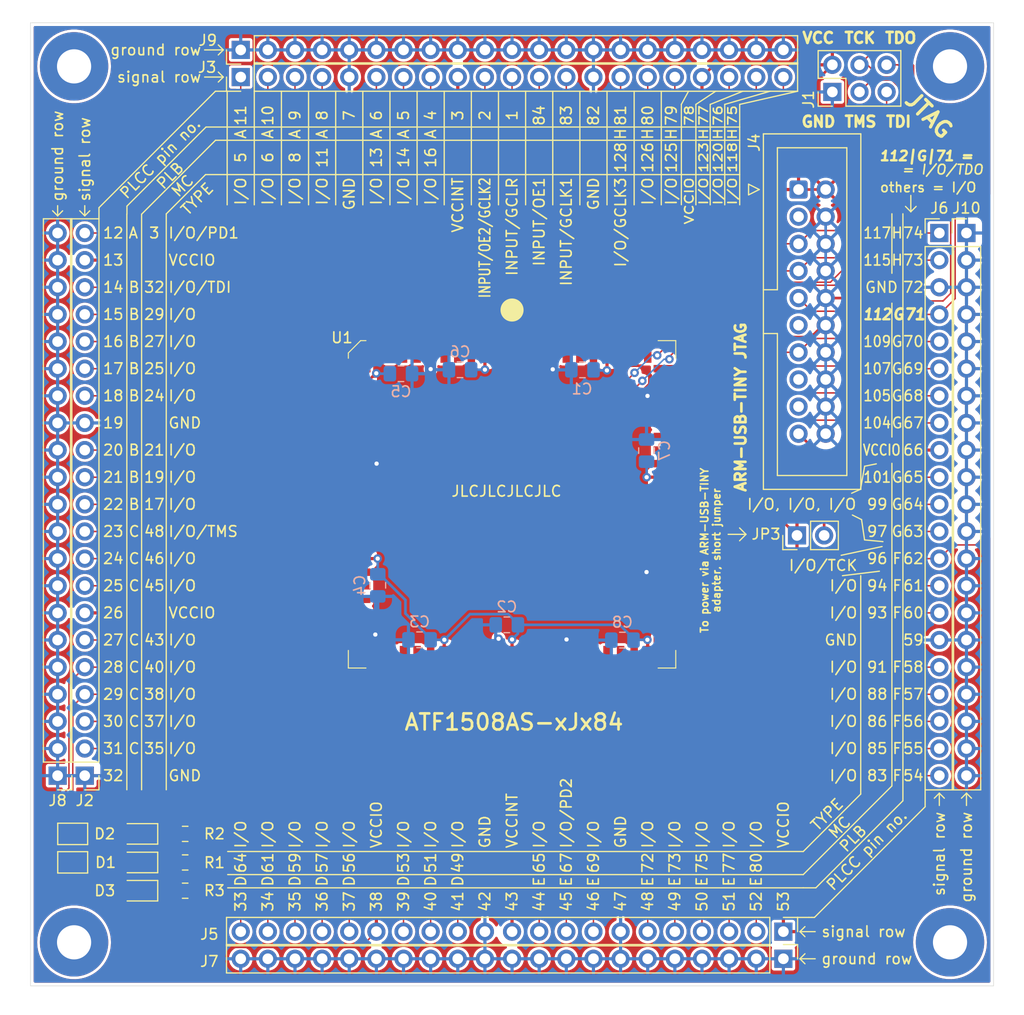
<source format=kicad_pcb>
(kicad_pcb (version 20211014) (generator pcbnew)
  (layers (0 "F.Cu" signal) (31 "B.Cu" signal) (34 "B.Paste" user) (35 "F.Paste" user) (36 "B.SilkS" user "B.Silkscreen") (37 "F.SilkS" user "F.Silkscreen") (38 "B.Mask" user) (39 "F.Mask" user) (44 "Edge.Cuts" user))
  (net 0 "")
  (net 1 "GND")
  (net 2 "/VCC")
  (net 3 "/TDO")
  (net 4 "/TDI")
  (net 5 "/TCK")
  (net 6 "/TMS")
  (net 7 "Net-(J2-Pad17)")
  (net 8 "Net-(J2-Pad16)")
  (net 9 "Net-(J2-Pad15)")
  (net 10 "Net-(J3-Pad2)")
  (net 11 "Net-(J2-Pad12)")
  (net 12 "Net-(J2-Pad11)")
  (net 13 "Net-(J3-Pad1)")
  (net 14 "Net-(J2-Pad9)")
  (net 15 "Net-(J2-Pad8)")
  (net 16 "Net-(J2-Pad21)")
  (net 17 "Net-(J2-Pad6)")
  (net 18 "Net-(J2-Pad18)")
  (net 19 "Net-(J2-Pad13)")
  (net 20 "Net-(J2-Pad3)")
  (net 21 "Net-(J3-Pad17)")
  (net 22 "Net-(J3-Pad16)")
  (net 23 "Net-(J3-Pad15)")
  (net 24 "Net-(J5-Pad21)")
  (net 25 "Net-(J3-Pad12)")
  (net 26 "Net-(J3-Pad11)")
  (net 27 "Net-(J3-Pad10)")
  (net 28 "Net-(J5-Pad20)")
  (net 29 "Net-(J3-Pad8)")
  (net 30 "Net-(J3-Pad7)")
  (net 31 "Net-(J3-Pad6)")
  (net 32 "Net-(J5-Pad19)")
  (net 33 "Net-(J3-Pad4)")
  (net 34 "Net-(J3-Pad3)")
  (net 35 "Net-(D1-Pad2)")
  (net 36 "Net-(D2-Pad2)")
  (net 37 "/LED1")
  (net 38 "/LED2")
  (net 39 "Net-(J2-Pad2)")
  (net 40 "Net-(J3-Pad19)")
  (net 45 "Net-(D1-Pad1)")
  (net 46 "Net-(D2-Pad1)")
  (net 47 "Net-(D3-Pad1)")
  (net 48 "/+5V_POWER_FROM_ARM_JTAG_TINY")
  (net 49 "Net-(J5-Pad18)")
  (net 50 "Net-(J5-Pad17)")
  (net 51 "Net-(J5-Pad15)")
  (net 52 "Net-(J5-Pad14)")
  (net 53 "Net-(J5-Pad13)")
  (net 54 "Net-(J5-Pad10)")
  (net 55 "Net-(J5-Pad9)")
  (net 56 "Net-(J5-Pad8)")
  (net 57 "Net-(J5-Pad6)")
  (net 58 "Net-(J5-Pad5)")
  (net 59 "Net-(J5-Pad4)")
  (net 60 "Net-(J5-Pad3)")
  (net 61 "Net-(J5-Pad2)")
  (net 62 "Net-(J6-Pad21)")
  (net 63 "Net-(J6-Pad20)")
  (net 64 "Net-(J6-Pad19)")
  (net 65 "Net-(J6-Pad18)")
  (net 66 "Net-(J6-Pad17)")
  (net 67 "Net-(J6-Pad15)")
  (net 68 "Net-(J6-Pad14)")
  (net 69 "Net-(J6-Pad12)")
  (net 70 "Net-(J6-Pad11)")
  (net 71 "Net-(J6-Pad10)")
  (net 72 "Net-(J6-Pad8)")
  (net 73 "Net-(J6-Pad7)")
  (net 74 "Net-(J6-Pad6)")
  (net 75 "Net-(J6-Pad5)")
  (net 76 "Net-(J6-Pad2)")
  (net 77 "Net-(J6-Pad1)")
  (net 78 "Net-(J3-Pad21)")
  (net 79 "Net-(J3-Pad20)")
  (net 80 "Net-(J3-Pad13)")
  (footprint "LED_SMD:LED_0805_2012Metric_Pad1.15x1.40mm_HandSolder" (layer "F.Cu") (at 64.97 133.525 180)
    (fp_text reference "D1")
    (fp_text value "GRN")
  )
  (footprint "LED_SMD:LED_0805_2012Metric_Pad1.15x1.40mm_HandSolder" (layer "F.Cu") (at 64.97 136.17 180)
    (fp_text reference "D3")
    (fp_text value "GRN")
  )
  (footprint "Resistor_SMD:R_0805_2012Metric_Pad1.15x1.40mm_HandSolder" (layer "F.Cu") (at 69.4 136.17)
    (fp_text reference "R3")
    (fp_text value "10k")
  )
  (footprint "Resistor_SMD:R_0805_2012Metric_Pad1.15x1.40mm_HandSolder" (layer "F.Cu") (at 69.4 130.85)
    (fp_text reference "R2")
    (fp_text value "10k")
  )
  (footprint "Resistor_SMD:R_0805_2012Metric_Pad1.15x1.40mm_HandSolder" (layer "F.Cu") (at 69.4 133.525)
    (fp_text reference "R1")
    (fp_text value "10k")
  )
  (footprint "Jumper:SolderJumper-2_P1.3mm_Open_TrianglePad1.0x1.5mm" (layer "F.Cu") (at 58.87 133.515)
    (fp_text reference "JP1" hide)
    (fp_text value "DNP" hide)
  )
  (footprint "Jumper:SolderJumper-2_P1.3mm_Open_TrianglePad1.0x1.5mm" (layer "F.Cu") (at 58.87 130.85)
    (fp_text reference "JP2" hide)
    (fp_text value "DNP" hide)
  )
  (footprint "Connector_PinHeader_2.54mm:PinHeader_2x03_P2.54mm_Vertical" (layer "F.Cu") (at 129.985 61.395 90)
    (fp_text reference "J1")
    (fp_text value "VERT" hide)
  )
  (footprint "LED_SMD:LED_0805_2012Metric_Pad1.15x1.40mm_HandSolder" (layer "F.Cu") (at 64.97 130.85 180)
    (fp_text reference "D2")
    (fp_text value "GRN")
  )
  (footprint "my_footprints:PLCC-84-handsold" (layer "F.Cu") (at 100 100)
    (fp_text reference "U1")
    (fp_text value "ATF1508AS-xJx84")
  )
  (footprint "Connector_PinHeader_2.54mm:PinHeader_1x21_P2.54mm_Vertical" (layer "F.Cu") (at 140 74.6)
    (fp_text reference "J6")
    (fp_text value "Conn_01x21")
  )
  (footprint "MountingHole:MountingHole_3.2mm_M3_Pad" (layer "F.Cu") (at 141 59)
    (fp_text reference "H2" hide)
    (fp_text value "MountingHole_Pad")
  )
  (footprint "Connector_PinHeader_2.54mm:PinHeader_1x21_P2.54mm_Vertical" (layer "F.Cu") (at 125.4 142.54 -90)
    (fp_text reference "J7")
    (fp_text value "Conn_01x21")
  )
  (footprint "Connector_PinHeader_2.54mm:PinHeader_1x21_P2.54mm_Vertical" (layer "F.Cu") (at 125.4 140 -90)
    (fp_text reference "J5")
    (fp_text value "Conn_01x21")
  )
  (footprint "MountingHole:MountingHole_3.2mm_M3_Pad" (layer "F.Cu") (at 59 59)
    (fp_text reference "H1" hide)
    (fp_text value "MountingHole_Pad")
  )
  (footprint "Connector_IDC:IDC-Header_2x10_P2.54mm_Vertical" (layer "F.Cu") (at 126.82 70.53)
    (fp_text reference "J4")
    (fp_text value "Conn_02x10_Odd_Even" hide)
  )
  (footprint "MountingHole:MountingHole_3.2mm_M3_Pad" (layer "F.Cu") (at 59 141)
    (fp_text reference "H3" hide)
    (fp_text value "MountingHole_Pad")
  )
  (footprint "Connector_PinHeader_2.54mm:PinHeader_1x21_P2.54mm_Vertical" (layer "F.Cu") (at 74.6 57.46 90)
    (fp_text reference "J9")
    (fp_text value "Conn_01x21")
  )
  (footprint "Connector_PinHeader_2.54mm:PinHeader_1x21_P2.54mm_Vertical" (layer "F.Cu") (at 74.6 60 90)
    (fp_text reference "J3")
    (fp_text value "Conn_01x21")
  )
  (footprint "Connector_PinHeader_2.54mm:PinHeader_1x21_P2.54mm_Vertical" (layer "F.Cu") (at 142.54 74.6)
    (fp_text reference "J10")
    (fp_text value "Conn_01x21")
  )
  (footprint "Connector_PinHeader_2.54mm:PinHeader_1x21_P2.54mm_Vertical" (layer "F.Cu") (at 57.46 125.4 180)
    (fp_text reference "J8")
    (fp_text value "Conn_01x21")
  )
  (footprint "Connector_PinHeader_2.54mm:PinHeader_1x02_P2.54mm_Vertical" (layer "F.Cu") (at 126.675 102.91 90)
    (fp_text reference "JP3")
    (fp_text value "Jumper_2_Bridged")
  )
  (footprint "MountingHole:MountingHole_3.2mm_M3_Pad" (layer "F.Cu") (at 141 141)
    (fp_text reference "H4" hide)
    (fp_text value "MountingHole_Pad")
  )
  (footprint "Connector_PinHeader_2.54mm:PinHeader_1x21_P2.54mm_Vertical" (layer "F.Cu") (at 60 125.4 180)
    (fp_text reference "J2")
    (fp_text value "Conn_01x21")
  )
  (footprint "Capacitor_SMD:C_0805_2012Metric_Pad1.18x1.45mm_HandSolder" (layer "B.Cu") (at 99.51 111.28 180)
    (fp_text reference "C2")
    (fp_text value "220n")
  )
  (footprint "Capacitor_SMD:C_0805_2012Metric_Pad1.18x1.45mm_HandSolder" (layer "B.Cu") (at 106.59 87.41 180)
    (fp_text reference "C1")
    (fp_text value "220n")
  )
  (footprint "Capacitor_SMD:C_0805_2012Metric_Pad1.18x1.45mm_HandSolder" (layer "B.Cu") (at 95.13 87.4 180)
    (fp_text reference "C6")
    (fp_text value "220n")
  )
  (footprint "Capacitor_SMD:C_0805_2012Metric_Pad1.18x1.45mm_HandSolder" (layer "B.Cu") (at 89.6 87.77)
    (fp_text reference "C5")
    (fp_text value "220n")
  )
  (footprint "Capacitor_SMD:C_0805_2012Metric_Pad1.18x1.45mm_HandSolder" (layer "B.Cu") (at 112.59 94.97 90)
    (fp_text reference "C7")
    (fp_text value "220n")
  )
  (footprint "Capacitor_SMD:C_0805_2012Metric_Pad1.18x1.45mm_HandSolder" (layer "B.Cu") (at 91.34 112.68 180)
    (fp_text reference "C3")
    (fp_text value "220n")
  )
  (footprint "Capacitor_SMD:C_0805_2012Metric_Pad1.18x1.45mm_HandSolder" (layer "B.Cu") (at 110.33 112.71 180)
    (fp_text reference "C8")
    (fp_text value "220n")
  )
  (footprint "Capacitor_SMD:C_0805_2012Metric_Pad1.18x1.45mm_HandSolder" (layer "B.Cu") (at 87.43 107.58 -90)
    (fp_text reference "C4")
    (fp_text value "220n")
  )
  (gr_line (start 106.35 64.68) (end 106.35 61.33) (layer "F.SilkS") (width 0.12))
  (gr_line (start 135.56 126.36) (end 135.56 96.16) (layer "F.SilkS") (width 0.12))
  (gr_line (start 132.62 98.59) (end 133.01 96.43) (layer "F.SilkS") (width 0.12))
  (gr_line (start 142.54 127.04) (end 143.01 127.51) (layer "F.SilkS") (width 0.12))
  (gr_line (start 118.55 64.68) (end 118.55 62.56) (layer "F.SilkS") (width 0.12))
  (gr_circle (center 100 81.81) (end 101.02 81.81) (layer "F.SilkS") (width 0.12) (fill solid))
  (gr_line (start 93.65 71.96) (end 93.65 64.68) (layer "F.SilkS") (width 0.12))
  (gr_line (start 73.33 64.68) (end 73.33 61.33) (layer "F.SilkS") (width 0.12))
  (gr_line (start 140 127.04) (end 140 128.19) (layer "F.SilkS") (width 0.12))
  (gr_line (start 121.31 64.68) (end 71.35 64.68) (layer "F.SilkS") (width 0.12))
  (gr_line (start 119.91 62.56) (end 124.15 61.33) (layer "F.SilkS") (width 0.12))
  (gr_line (start 121.31 64.68) (end 121.31 62.56) (layer "F.SilkS") (width 0.12))
  (gr_line (start 111.43 71.96) (end 111.43 64.68) (layer "F.SilkS") (width 0.12))
  (gr_line (start 115.85 64.67) (end 115.85 62.56) (layer "F.SilkS") (width 0.12))
  (gr_line (start 118.55 62.56) (end 121.6 61.33) (layer "F.SilkS") (width 0.12))
  (gr_line (start 111.43 64.68) (end 111.43 61.33) (layer "F.SilkS") (width 0.12))
  (gr_line (start 119.91 71.96) (end 119.91 64.68) (layer "F.SilkS") (width 0.12))
  (gr_line (start 127.26 135.9) (end 128.44 135.9) (layer "F.SilkS") (width 0.12))
  (gr_line (start 115.85 62.56) (end 116.52 61.33) (layer "F.SilkS") (width 0.12))
  (gr_line (start 61.33 73.27) (end 61.33 72.23) (layer "F.SilkS") (width 0.12))
  (gr_line (start 72.97 60) (end 72.5 59.53) (layer "F.SilkS") (width 0.12))
  (gr_line (start 126.71 138.67) (end 127.79 138.67) (layer "F.SilkS") (width 0.12))
  (gr_line (start 135.56 93.7) (end 135.56 81.17) (layer "F.SilkS") (width 0.12))
  (gr_line (start 137.33 72.61) (end 137.83 72.11) (layer "F.SilkS") (width 0.12))
  (gr_line (start 135.56 78.37) (end 135.56 72.8) (layer "F.SilkS") (width 0.12))
  (gr_line (start 120.23 102.81) (end 121.9 102.81) (layer "F.SilkS") (width 0.12))
  (gr_line (start 57.46 72.99) (end 57.46 72.04) (layer "F.SilkS") (width 0.12))
  (gr_line (start 126.95 142.54) (end 128.38 142.54) (layer "F.SilkS") (width 0.12))
  (gr_line (start 72.97 60) (end 72.5 60.47) (layer "F.SilkS") (width 0.12))
  (gr_line (start 142.54 127.04) (end 142.54 128.19) (layer "F.SilkS") (width 0.12))
  (gr_line (start 128.44 135.9) (end 136.59 127.75) (layer "F.SilkS") (width 0.12))
  (gr_line (start 127.26 135.9) (end 73.38 135.9) (layer "F.SilkS") (width 0.12))
  (gr_line (start 72.23 61.33) (end 73.33 61.33) (layer "F.SilkS") (width 0.12))
  (gr_line (start 61.33 72.23) (end 72.23 61.33) (layer "F.SilkS") (width 0.12))
  (gr_line (start 126.95 142.54) (end 127.42 142.07) (layer "F.SilkS") (width 0.12))
  (gr_line (start 121.9 102.81) (end 121.3 102.21) (layer "F.SilkS") (width 0.12))
  (gr_line (start 140 127.04) (end 140.47 127.51) (layer "F.SilkS") (width 0.12))
  (gr_line (start 132.72 101.43) (end 133 103.33) (layer "F.SilkS") (width 0.12))
  (gr_line (start 128.31 138.67) (end 138.67 128.31) (layer "F.SilkS") (width 0.12))
  (gr_line (start 130.93 106.68) (end 134.39 106.26) (layer "F.SilkS") (width 0.12))
  (gr_line (start 73.33 71.96) (end 73.33 64.68) (layer "F.SilkS") (width 0.12))
  (gr_line (start 96.19 71.96) (end 96.19 64.68) (layer "F.SilkS") (width 0.12))
  (gr_line (start 131.86 101) (end 132.72 101.43) (layer "F.SilkS") (width 0.12))
  (gr_line (start 88.57 71.96) (end 88.57 64.68) (layer "F.SilkS") (width 0.12))
  (gr_line (start 91.11 64.68) (end 91.11 61.33) (layer "F.SilkS") (width 0.12))
  (gr_line (start 65.32 72.84) (end 65.32 126.72) (layer "F.SilkS") (width 0.12))
  (gr_line (start 96.19 64.68) (end 96.19 61.33) (layer "F.SilkS") (width 0.12))
  (gr_line (start 103.81 64.68) (end 103.81 61.33) (layer "F.SilkS") (width 0.12))
  (gr_line (start 63.95 72.84) (end 63.95 72.08) (layer "F.SilkS") (width 0.12))
  (gr_line (start 138.67 126.73) (end 138.67 128.31) (layer "F.SilkS") (width 0.12))
  (gr_line (start 142.54 127.04) (end 142.07 127.51) (layer "F.SilkS") (width 0.12))
  (gr_line (start 80.95 71.96) (end 80.95 64.68) (layer "F.SilkS") (width 0.12))
  (gr_line (start 72.97 57.46) (end 72.5 57.93) (layer "F.SilkS") (width 0.12))
  (gr_line (start 75.87 64.68) (end 75.87 61.33) (layer "F.SilkS") (width 0.12))
  (gr_line (start 83.49 71.96) (end 83.49 64.68) (layer "F.SilkS") (width 0.12))
  (gr_line (start 101.27 64.68) (end 101.27 61.33) (layer "F.SilkS") (width 0.12))
  (gr_line (start 93.65 64.68) (end 93.65 61.33) (layer "F.SilkS") (width 0.12))
  (gr_line (start 121.31 65.92) (end 72.24 65.92) (layer "F.SilkS") (width 0.12))
  (gr_line (start 108.89 64.68) (end 108.89 61.33) (layer "F.SilkS") (width 0.12))
  (gr_line (start 132.64 127.12) (end 132.64 106.68) (layer "F.SilkS") (width 0.12))
  (gr_line (start 121.9 102.81) (end 121.3 103.41) (layer "F.SilkS") (width 0.12))
  (gr_line (start 101.27 71.96) (end 101.27 64.68) (layer "F.SilkS") (width 0.12))
  (gr_line (start 98.73 71.96) (end 98.73 64.68) (layer "F.SilkS") (width 0.12))
  (gr_line (start 72.97 60) (end 71.22 60) (layer "F.SilkS") (width 0.12))
  (gr_line (start 117.21 62.56) (end 119.06 61.33) (layer "F.SilkS") (width 0.12))
  (gr_line (start 72.97 57.46) (end 71.22 57.46) (layer "F.SilkS") (width 0.12))
  (gr_line (start 121.31 62.56) (end 126.73 61.33) (layer "F.SilkS") (width 0.12))
  (gr_line (start 60 72.99) (end 60.47 72.52) (layer "F.SilkS") (width 0.12))
  (gr_line (start 137.33 71.08) (end 137.33 72.61) (layer "F.SilkS") (width 0.12))
  (gr_line (start 128.05 138.67) (end 128.31 138.67) (layer "F.SilkS") (width 0.12))
  (gr_line (start 86.03 71.96) (end 86.03 64.68) (layer "F.SilkS") (width 0.12))
  (gr_line (start 108.89 71.96) (end 108.89 64.68) (layer "F.SilkS") (width 0.12))
  (gr_line (start 127.26 134.66) (end 135.56 126.36) (layer "F.SilkS") (width 0.12))
  (gr_line (start 113.97 71.96) (end 113.97 64.68) (layer "F.SilkS") (width 0.12))
  (gr_line (start 115.85 71.95) (end 115.85 64.67) (layer "F.SilkS") (width 0.12))
  (gr_line (start 118.55 71.96) (end 118.55 64.68) (layer "F.SilkS") (width 0.12))
  (gr_line (start 137.33 72.61) (end 136.83 72.11) (layer "F.SilkS") (width 0.12))
  (gr_line (start 127.79 138.67) (end 128.05 138.67) (layer "F.SilkS") (width 0.12))
  (gr_line (start 133.01 96.43) (end 134.1 96.21) (layer "F.SilkS") (width 0.12))
  (gr_line (start 60 72.99) (end 59.53 72.52) (layer "F.SilkS") (width 0.12))
  (gr_line (start 91.11 71.96) (end 91.11 64.68) (layer "F.SilkS") (width 0.12))
  (gr_line (start 126.95 140) (end 127.42 140.47) (layer "F.SilkS") (width 0.12))
  (gr_line (start 86.03 64.68) (end 86.03 61.33) (layer "F.SilkS") (width 0.12))
  (gr_line (start 60 72.99) (end 60 72.04) (layer "F.SilkS") (width 0.12))
  (gr_line (start 57.46 72.99) (end 56.99 72.52) (layer "F.SilkS") (width 0.12))
  (gr_line (start 117.21 64.68) (end 117.21 62.56) (layer "F.SilkS") (width 0.12))
  (gr_line (start 126.95 140) (end 128.38 140) (layer "F.SilkS") (width 0.12))
  (gr_line (start 119.91 64.68) (end 119.91 62.56) (layer "F.SilkS") (width 0.12))
  (gr_line (start 78.41 71.96) (end 78.41 64.68) (layer "F.SilkS") (width 0.12))
  (gr_line (start 127.26 132.5) (end 132.64 127.12) (layer "F.SilkS") (width 0.12))
  (gr_line (start 83.49 64.68) (end 83.49 61.33) (layer "F.SilkS") (width 0.12))
  (gr_line (start 63.94 72.84) (end 63.94 126.72) (layer "F.SilkS") (width 0.12))
  (gr_line (start 72.97 57.46) (end 72.5 56.99) (layer "F.SilkS") (width 0.12))
  (gr_line (start 67.63 72.81) (end 71.31 69.13) (layer "F.SilkS") (width 0.12))
  (gr_line (start 130.81 104.77) (end 134.64 103.95) (layer "F.SilkS") (width 0.12))
  (gr_line (start 75.87 71.96) (end 75.87 64.68) (layer "F.SilkS") (width 0.12))
  (gr_line (start 88.57 64.68) (end 88.57 61.33) (layer "F.SilkS") (width 0.12))
  (gr_line (start 113.97 64.68) (end 113.97 61.33) (layer "F.SilkS") (width 0.12))
  (gr_line (start 127.26 132.5) (end 73.38 132.5) (layer "F.SilkS") (width 0.12))
  (gr_line (start 121.31 71.96) (end 121.31 64.68) (layer "F.SilkS") (width 0.12))
  (gr_line (start 80.95 64.68) (end 80.95 61.33) (layer "F.SilkS") (width 0.12))
  (gr_line (start 103.81 71.96) (end 103.81 64.68) (layer "F.SilkS") (width 0.12))
  (gr_line (start 140 127.04) (end 139.53 127.51) (layer "F.SilkS") (width 0.12))
  (gr_line (start 126.95 140) (end 127.42 139.53) (layer "F.SilkS") (width 0.12))
  (gr_line (start 117.21 71.96) (end 117.21 64.68) (layer "F.SilkS") (width 0.12))
  (gr_line (start 67.63 72.81) (end 67.63 126.72) (layer "F.SilkS") (width 0.12))
  (gr_line (start 127.26 134.66) (end 73.38 134.66) (layer "F.SilkS") (width 0.12))
  (gr_line (start 133 103.33) (end 134.72 103.49) (layer "F.SilkS") (width 0.12))
  (gr_line (start 106.35 71.96) (end 106.35 64.68) (layer "F.SilkS") (width 0.12))
  (gr_line (start 57.46 72.99) (end 57.93 72.52) (layer "F.SilkS") (width 0.12))
  (gr_line (start 78.41 64.68) (end 78.41 61.33) (layer "F.SilkS") (width 0.12))
  (gr_line (start 65.32 72.84) (end 72.24 65.92) (layer "F.SilkS") (width 0.12))
  (gr_line (start 98.73 64.68) (end 98.73 61.33) (layer "F.SilkS") (width 0.12))
  (gr_line (start 121.31 69.13) (end 71.31 69.13) (layer "F.SilkS") (width 0.12))
  (gr_line (start 63.95 72.08) (end 71.35 64.68) (layer "F.SilkS") (width 0.12))
  (gr_line (start 131.79 98.96) (end 132.62 98.59) (layer "F.SilkS") (width 0.12))
  (gr_line (start 136.59 127.75) (end 136.59 72.8) (layer "F.SilkS") (width 0.12))
  (gr_line (start 126.95 142.54) (end 127.42 143.01) (layer "F.SilkS") (width 0.12))
  (gr_rect (start 54.92 54.92) (end 145.08 145.08) (layer "Edge.Cuts") (width 0.05) (fill none))
  (gr_text "TMS" (at 134.24 64.18) (layer "F.SilkS") (effects (font (size 1.016 1.016) (thickness 0.254)) (justify right)))
  (gr_text "TDI" (at 137.49 64.18) (layer "F.SilkS") (effects (font (size 1.016 1.016) (thickness 0.254)) (justify right)))
  (gr_text "GND" (at 130.400381 64.18) (layer "F.SilkS") (effects (font (size 1.016 1.016) (thickness 0.254)) (justify right)))
  (gr_text "JTAG" (at 139.02 63.56 315) (layer "F.SilkS") (effects (font (size 1.5 1.5) (thickness 0.3))))
  (gr_text "VCC" (at 127.05 56.34) (layer "F.SilkS") (effects (font (size 1.016 1.016) (thickness 0.254)) (justify left)))
  (gr_text "TCK" (at 130.99 56.34) (layer "F.SilkS") (effects (font (size 1.016 1.016) (thickness 0.254)) (justify left)))
  (gr_text "TDO" (at 134.79 56.34) (layer "F.SilkS") (effects (font (size 1.016 1.016) (thickness 0.254)) (justify left)))
  (gr_text "INPUT/OE1" (at 102.54 69.31 90) (layer "F.SilkS") (effects (font (size 1 1)) (justify right)))
  (gr_text "A" (at 79.68 64.805238 90) (layer "F.SilkS") (effects (font (size 1 1)) (justify right)))
  (gr_text "A" (at 82.22 64.805238 90) (layer "F.SilkS") (effects (font (size 1 1)) (justify right)))
  (gr_text "44" (at 102.54 138.23 90) (layer "F.SilkS") (effects (font (size 1 1)) (justify left)))
  (gr_text "A" (at 64.02 74.6) (layer "F.SilkS") (effects (font (size 1 1)) (justify left)))
  (gr_text "I/O" (at 67.75 122.86) (layer "F.SilkS") (effects (font (size 1 1)) (justify left)))
  (gr_text "21" (at 65.46 94.92) (layer "F.SilkS") (effects (font (size 1 1)) (justify left)))
  (gr_text "I/O" (at 117.935 69.31 90) (layer "F.SilkS") (effects (font (size 0.8 1)) (justify right)))
  (gr_text "85" (at 135.236666 122.86) (layer "F.SilkS") (effects (font (size 1 1)) (justify right)))
  (gr_text "51" (at 120.32 138.23 90) (layer "F.SilkS") (effects (font (size 1 1)) (justify left)))
  (gr_text "I/O" (at 107.62 132.28 90) (layer "F.SilkS") (effects (font (size 1 1)) (justify left)))
  (gr_text "69" (at 138.62 87.3) (layer "F.SilkS") (effects (font (size 1 1)) (justify right)))
  (gr_text "I/O" (at 67.75 105.08) (layer "F.SilkS") (effects (font (size 1 1)) (justify left)))
  (gr_text "I/O/PD2" (at 105.08 132.28 90) (layer "F.SilkS") (effects (font (size 1 1)) (justify left)))
  (gr_text "57" (at 82.22 134.61 90) (layer "F.SilkS") (effects (font (size 1 1)) (justify left)))
  (gr_text "21" (at 61.62 97.46) (layer "F.SilkS") (effects (font (size 1 1)) (justify left)))
  (gr_text "I/O" (at 94.92 132.28 90) (layer "F.SilkS") (effects (font (size 1 1)) (justify left)))
  (gr_text "1" (at 100 63.016191 90) (layer "F.SilkS") (effects (font (size 1 1)) (justify right)))
  (gr_text "17" (at 65.46 100) (layer "F.SilkS") (effects (font (size 1 1)) (justify left)))
  (gr_text "D" (at 94.92 135.86 90) (layer "F.SilkS") (effects (font (size 1 1)) (justify left)))
  (gr_text "PLCC pin no." (at 67.07 67.62 45) (layer "F.SilkS") (effects (font (size 1 1))))
  (gr_text "32" (at 61.62 125.4) (layer "F.SilkS") (effects (font (size 1 1)) (justify left)))
  (gr_text "GND" (at 132.41 112.7) (layer "F.SilkS") (effects (font (size 1 1)) (justify right)))
  (gr_text "4" (at 92.38 63.016191 90) (layer "F.SilkS") (effects (font (size 1 1)) (justify right)))
  (gr_text "To power via ARM-USB-TINY\nadapter, short jumper" (at 118.58 104.31 90) (layer "F.SilkS") (effects (font (size 0.7 0.7))))
  (gr_text "2" (at 97.46 63.016191 90) (layer "F.SilkS") (effects (font (size 1 1)) (justify right)))
  (gr_text "76" (at 119.2825 62.54 90) (layer "F.SilkS") (effects (font (size 0.8 1)) (justify right)))
  (gr_text "67" (at 138.62 92.38) (layer "F.SilkS") (effects (font (size 1 1)) (justify right)))
  (gr_text "MC" (at 69.16 70.19 45) (layer "F.SilkS") (effects (font (size 1 1))))
  (gr_text "VCCINT" (at 100 132.28 90) (layer "F.SilkS") (effects (font (size 1 1)) (justify left)))
  (gr_text "120" (at 119.2825 66 90) (layer "F.SilkS") (effects (font (size 0.8 1)) (justify right)))
  (gr_text "D" (at 84.76 135.86 90) (layer "F.SilkS") (effects (font (size 1 1)) (justify left)))
  (gr_text "GND" (at 84.76 69.31 90) (layer "F.SilkS") (effects (font (size 1 1)) (justify right)))
  (gr_text "13" (at 87.3 66.47619 90) (layer "F.SilkS") (effects (font (size 1 1)) (justify right)))
  (gr_text "29" (at 65.46 82.22) (layer "F.SilkS") (effects (font (size 1 1)) (justify left)))
  (gr_text "   = I/O/TDO" (at 139.28 68.66) (layer "F.SilkS") (effects (font (size 0.9 0.9) (thickness 0.15) italic)))
  (gr_text "80" (at 122.86 134.61 90) (layer "F.SilkS") (effects (font (size 1 1)) (justify left)))
  (gr_text "19" (at 65.46 97.46) (layer "F.SilkS") (effects (font (size 1 1)) (justify left)))
  (gr_text "117" (at 135.57 74.6) (layer "F.SilkS") (effects (font (size 1 0.9)) (justify right)))
  (gr_text "VCCIO" (at 67.75 110.16) (layer "F.SilkS") (effects (font (size 1 1)) (justify left)))
  (gr_text "128" (at 110.16 66 90) (layer "F.SilkS") (effects (font (size 1 1)) (justify right)))
  (gr_text "35" (at 79.68 138.23 90) (layer "F.SilkS") (effects (font (size 1 1)) (justify left)))
  (gr_text "I/O" (at 132.41 115.24) (layer "F.SilkS") (effects (font (size 1 1)) (justify right)))
  (gr_text "E" (at 117.78 135.86 90) (layer "F.SilkS") (effects (font (size 1 1)) (justify left)))
  (gr_text "I/O" (at 77.14 132.28 90) (layer "F.SilkS") (effects (font (size 1 1)) (justify left)))
  (gr_text "65" (at 102.54 134.61 90) (layer "F.SilkS") (effects (font (size 1 1)) (justify left)))
  (gr_text "29" (at 61.62 117.78) (layer "F.SilkS") (effects (font (size 1 1)) (justify left)))
  (gr_text "signal row" (at 60 67.69 90) (layer "F.SilkS") (effects (font (size 1 1))))
  (gr_text "9" (at 79.68 63.016191 90) (layer "F.SilkS") (effects (font (size 1 1)) (justify right)))
  (gr_text "VCCIO" (at 87.3 132.28 90) (layer "F.SilkS") (effects (font (size 1 1)) (justify left)))
  (gr_text "PLB" (at 131.92 131.28 45) (layer "F.SilkS") (effects (font (size 1 1))))
  (gr_text "F" (at 136.574762 122.86) (layer "F.SilkS") (effects (font (size 1 1)) (justify right)))
  (gr_text "5" (at 74.6 66.952381 90) (layer "F.SilkS") (effects (font (size 1 1)) (justify right)))
  (gr_text "96" (at 135.236666 105.08) (layer "F.SilkS") (effects (font (size 1 1)) (justify right)))
  (gr_text "INPUT/GCLK1" (at 105.08 69.31 90) (layer "F.SilkS") (effects (font (size 1 1)) (justify right)))
  (gr_text "VCCIO" (at 136.46 94.92) (layer "F.SilkS") (effects (font (size 1 0.8)) (justify right)))
  (gr_text "36" (at 82.22 138.23 90) (layer "F.SilkS") (effects (font (size 1 1)) (justify left)))
  (gr_text "I/O/TCK" (at 132.41 105.72) (layer "F.SilkS") (effects (font (size 1 1)) (justify right)))
  (gr_text "C" (at 64.02 107.62) (layer "F.SilkS") (effects (font (size 1 1)) (justify left)))
  (gr_text "24" (at 61.62 105.08) (layer "F.SilkS") (effects (font (size 1 1)) (justify left)))
  (gr_text "H" (at 110.16 64.71 90) (layer "F.SilkS") (effects (font (size 1 1)) (justify right)))
  (gr_text "I/O" (at 89.84 69.31 90) (layer "F.SilkS") (effects (font (size 1 1)) (justify right)))
  (gr_text "GND" (at 136.21 79.68) (layer "F.SilkS") (effects (font (size 1 1)) (justify right)))
  (gr_text "104" (at 135.57 92.38) (layer "F.SilkS") (effects (font (size 1 0.9)) (justify right)))
  (gr_text "D" (at 79.68 135.86 90) (layer "F.SilkS") (effects (font (size 1 1)) (justify left)))
  (gr_text "51" (at 92.38 134.61 90) (layer "F.SilkS") (effects (font (size 1 1)) (justify left)))
  (gr_text "B" (at 64.02 100) (layer "F.SilkS") (effects (font (size 1 1)) (justify left)))
  (gr_text "E" (at 102.54 135.86 90) (layer "F.SilkS") (effects (font (size 1 1)) (justify left)))
  (gr_text "27" (at 65.46 84.76) (layer "F.SilkS") (effects (font (size 1 1)) (justify left)))
  (gr_text "49" (at 115.24 138.23 90) (layer "F.SilkS") (effects (font (size 1 1)) (justify left)))
  (gr_text "H" (at 117.935 64.71 90) (layer "F.SilkS") (effects (font (size 0.8 1)) (justify right)))
  (gr_text "I/O" (at 79.68 69.31 90) (layer "F.SilkS") (effects (font (size 1 1)) (justify right)))
  (gr_text "61" (at 77.14 134.61 90) (layer "F.SilkS") (effects (font (size 1 1)) (justify left)))
  (gr_text "F" (at 136.574762 107.62) (layer "F.SilkS") (effects (font (size 1 1)) (justify right)))
  (gr_text "I/O/PD1" (at 67.75 74.6) (layer "F.SilkS") (effects (font (size 1 1)) (justify left)))
  (gr_text "signal row" (at 66.96 60) (layer "F.SilkS") (effects (font (size 1 1))))
  (gr_text "86" (at 135.236666 120.32) (layer "F.SilkS") (effects (font (size 1 1)) (justify right)))
  (gr_text "37" (at 84.76 138.23 90) (layer "F.SilkS") (effects (font (size 1 1)) (justify left)))
  (gr_text "INPUT/OE2/GCLK2" (at 97.46 69.31 90) (layer "F.SilkS") (effects (font (size 1 0.8)) (justify right)))
  (gr_text "G" (at 136.64619 89.84) (layer "F.SilkS") (effects (font (size 1 1)) (justify right)))
  (gr_text "TYPE" (at 70.53 71.41 45) (layer "F.SilkS") (effects (font (size 1 1))))
  (gr_text "I/O" (at 117.78 132.28 90) (layer "F.SilkS") (effects (font (size 1 1)) (justify left)))
  (gr_text "59" (at 138.62 112.7) (layer "F.SilkS") (effects (font (size 1 1)) (justify right)))
  (gr_text "25" (at 65.46 87.3) (layer "F.SilkS") (effects (font (size 1 1)) (justify left)))
  (gr_text "I/O" (at 112.7 132.28 90) (layer "F.SilkS") (effects (font (size 1 1)) (justify left)))
  (gr_text "C" (at 64.02 102.54) (layer "F.SilkS") (effects (font (size 1 1)) (justify left)))
  (gr_text "I/O" (at 74.6 69.31 90) (layer "F.SilkS") (effects (font (size 1 1)) (justify right)))
  (gr_text "D" (at 89.84 135.86 90) (layer "F.SilkS") (effects (font (size 1 1)) (justify left)))
  (gr_text "18" (at 61.62 89.84) (layer "F.SilkS") (effects (font (size 1 1)) (justify left)))
  (gr_text "19" (at 61.62 92.38) (layer "F.SilkS") (effects (font (size 1 1)) (justify left)))
  (gr_text "I/O" (at 67.75 84.76) (layer "F.SilkS") (effects (font (size 1 1)) (justify left)))
  (gr_text "GND" (at 67.75 125.4) (layer "F.SilkS") (effects (font (size 1 1)) (justify left)))
  (gr_text "VCCIO" (at 67.75 77.14) (layer "F.SilkS") (effects (font (size 1 1)) (justify left)))
  (gr_text "73" (at 138.62 77.14) (layer "F.SilkS") (effects (font (size 1 1)) (justify right)))
  (gr_text "H" (at 136.67 77.14) (layer "F.SilkS") (effects (font (size 1 1)) (justify right)))
  (gr_text "G" (at 136.84 82.22) (layer "F.SilkS") (effects (font (size 1 1) (thickness 0.25) italic) (justify right)))
  (gr_text "26" (at 61.62 110.16) (layer "F.SilkS") (effects (font (size 1 1)) (justify left)))
  (gr_text "B" (at 64.02 87.3) (layer "F.SilkS") (effects (font (size 1 1)) (justify left)))
  (gr_text "10" (at 77.14 62.54 90) (layer "F.SilkS") (effects (font (size 1 1)) (justify right)))
  (gr_text "GND" (at 110.16 132.28 90) (layer "F.SilkS") (effects (font (size 1 1)) (justify left)))
  (gr_text "I/O" (at 67.75 87.3) (layer "F.SilkS") (effects (font (size 1 1)) (justify left)))
  (gr_text "I/O" (at 67.75 97.46) (layer "F.SilkS") (effects (font (size 1 1)) (justify left)))
  (gr_text "123" (at 117.935 66 90) (layer "F.SilkS") (effects (font (size 0.8 1)) (justify right)))
  (gr_text "E" (at 112.7 135.86 90) (layer "F.SilkS") (effects (font (size 1 1)) (justify left)))
  (gr_text "63" (at 138.62 102.54) (layer "F.SilkS") (effects (font (size 1 1)) (justify right)))
  (gr_text "84" (at 102.54 62.54 90) (layer "F.SilkS") (effects (font (size 1 1)) (justify right)))
  (gr_text "G" (at 136.64619 92.38) (layer "F.SilkS") (effects (font (size 1 1)) (justify right)))
  (gr_text "VCCIO" (at 116.5875 69.31 90) (layer "F.SilkS") (effects (font (size 0.8 1)) (justify right)))
  (gr_text "28" (at 61.62 115.24) (layer "F.SilkS") (effects (font (size 1 1)) (justify left)))
  (gr_text "I/O/TDI" (at 67.75 79.68) (layer "F.SilkS") (effects (font (size 1 1)) (justify left)))
  (gr_text "I/O" (at 132.41 120.32) (layer "F.SilkS") (effects (font (size 1 1)) (justify right)))
  (gr_text "93" (at 135.236666 110.16) (layer "F.SilkS") (effects (font (size 1 1)) (justify right)))
  (gr_text "I/O" (at 67.75 107.62) (layer "F.SilkS") (effects (font (size 1 1)) (justify left)))
  (gr_text "I/O" (at 114.91 69.31 90) (layer "F.SilkS") (effects (font (size 1 1)) (justify right)))
  (gr_text "I/O" (at 79.68 132.28 90) (layer "F.SilkS") (effects (font (size 1 1)) (justify left)))
  (gr_text "13" (at 61.62 77.14) (layer "F.SilkS") (effects (font (size 1 1)) (justify left)))
  (gr_text "49" (at 94.92 134.61 90) (layer "F.SilkS") (effects (font (size 1 1)) (justify left)))
  (gr_text "25" (at 61.62 107.62) (layer "F.SilkS") (effects (font (size 1 1)) (justify left)))
  (gr_text "C" (at 64.02 115.24) (layer "F.SilkS") (effects (font (size 1 1)) (justify left)))
  (gr_text "B" (at 64.02 82.22) (layer "F.SilkS") (effects (font (size 1 1)) (justify left)))
  (gr_text "PLCC pin no." (at 133.21 132.38 45) (layer "F.SilkS") (effects (font (size 1 1))))
  (gr_text "45" (at 105.08 138.23 90) (layer "F.SilkS") (effects (font (size 1 1)) (justify left)))
  (gr_text "115" (at 135.57 77.14) (layer "F.SilkS") (effects (font (size 1 0.9)) (justify right)))
  (gr_text "signal row" (at 140 132.720477 90) (layer "F.SilkS") (effects (font (size 1 1))))
  (gr_text "68" (at 138.62 89.84) (layer "F.SilkS") (effects (font (size 1 1)) (justify right)))
  (gr_text "A" (at 89.84 64.805238 90) (layer "F.SilkS") (effects (font (size 1 1)) (justify right)))
  (gr_text "91" (at 135.236666 115.24) (layer "F.SilkS") (effects (font (size 1 1)) (justify right)))
  (gr_text "14" (at 61.62 79.68) (layer "F.SilkS") (effects (font (size 1 1)) (justify left)))
  (gr_text "59" (at 79.68 134.61 90) (layer "F.SilkS") (effects (font (size 1 1)) (justify left)))
  (gr_text "31" (at 61.62 122.86) (layer "F.SilkS") (effects (font (size 1 1)) (justify left)))
  (gr_text "109" (at 135.57 84.76) (layer "F.SilkS") (effects (font (size 1 0.9)) (justify right)))
  (gr_text "A" (at 74.6 64.805238 90) (layer "F.SilkS") (effects (font (size 1 1)) (justify right)))
  (gr_text "I/O" (at 119.2825 69.31 90) (layer "F.SilkS") (effects (font (size 0.8 1)) (justify right)))
  (gr_text "A" (at 77.14 64.805238 90) (layer "F.SilkS") (effects (font (size 1 1)) (justify right)))
  (gr_text "55" (at 138.62 122.86) (layer "F.SilkS") (effects (font (size 1 1)) (justify right)))
  (gr_text "70" (at 138.62 84.76) (layer "F.SilkS") (effects (font (size 1 1)) (justify right)))
  (gr_text "57" (at 138.62 117.78) (layer "F.SilkS") (effects (font (size 1 1)) (justify right)))
  (gr_text "I/O" (at 102.54 132.28 90) (layer "F.SilkS") (effects (font (size 1 1)) (justify left)))
  (gr_text "C" (at 64.02 117.78) (layer "F.SilkS") (effects (font (size 1 1)) (justify left)))
  (gr_text "16" (at 61.62 84.76) (layer "F.SilkS") (effects (font (size 1 1)) (justify left)))
  (gr_text "G" (at 136.64619 100) (layer "F.SilkS") (effects (font (size 1 1)) (justify right)))
  (gr_text "5" (at 89.84 63.016191 90) (layer "F.SilkS") (effects (font (size 1 1)) (justify right)))
  (gr_text "E" (at 115.24 135.86 90) (layer "F.SilkS") (effects (font (size 1 1)) (justify left)))
  (gr_text "6" (at 77.14 66.952381 90) (layer "F.SilkS") (effects (font (size 1 1)) (justify right)))
  (gr_text "105" (at 135.57 89.84) (layer "F.SilkS") (effects (font (size 1 0.9)) (justify right)))
  (gr_text "F" (at 136.574762 115.24) (layer "F.SilkS") (effects (font (size 1 1)) (justify right)))
  (gr_text "D" (at 92.38 135.86 90) (layer "F.SilkS") (effects (font (size 1 1)) (justify left)))
  (gr_text "79" (at 114.91 62.54 90) (layer "F.SilkS") (effects (font (size 1 1)) (justify right)))
  (gr_text "TYPE" (at 129.49 129.04 45) (layer "F.SilkS") (effects (font (size 1 1))))
  (gr_text "I/O" (at 132.41 107.62) (layer "F.SilkS") (effects (font (size 1 1)) (justify right)))
  (gr_text "I/O" (at 112.7 69.31 90) (layer "F.SilkS") (effects (font (size 1 1)) (justify right)))
  (gr_text "ATF1508AS-xJx84" (at 100.18 120.39) (layer "F.SilkS") (effects (font (size 1.5 1.5) (thickness 0.25))))
  (gr_text "69" (at 107.62 134.61 90) (layer "F.SilkS") (effects (font (size 1 1)) (justify left)))
  (gr_text "B" (at 64.02 84.76) (layer "F.SilkS") (effects (font (size 1 1)) (justify left)))
  (gr_text "56" (at 84.76 134.61 90) (layer "F.SilkS") (effects (font (size 1 1)) (justify left)))
  (gr_text "B" (at 64.02 97.46) (layer "F.SilkS") (effects (font (size 1 1)) (justify left)))
  (gr_text "65" (at 138.62 97.46) (layer "F.SilkS") (effects (font (size 1 1)) (justify right)))
  (gr_text "GND" (at 67.75 92.38) (layer "F.SilkS") (effects (font (size 1 1)) (justify left)))
  (gr_text "H" (at 112.7 64.71 90) (layer "F.SilkS") (effects (font (size 1 1)) (justify right)))
  (gr_text "88" (at 135.236666 117.78) (layer "F.SilkS") (effects (font (size 1 1)) (justify right)))
  (gr_text "C" (at 64.02 112.7) (layer "F.SilkS") (effects (font (size 1 1)) (justify left)))
  (gr_text "58" (at 138.62 115.24) (layer "F.SilkS") (effects (font (size 1 1)) (justify right)))
  (gr_text "82" (at 107.62 62.54 90) (layer "F.SilkS") (effects (font (size 1 1)) (justify right)))
  (gr_text "80" (at 112.7 62.54 90) (layer "F.SilkS") (effects (font (size 1 1)) (justify right)))
  (gr_text "126" (at 112.7 66 90) (layer "F.SilkS") (effects (font (size 1 1)) (justify right)))
  (gr_text "6" (at 87.3 63.016191 90) (layer "F.SilkS") (effects (font (size 1 1)) (justify right)))
  (gr_text "41" (at 94.92 138.23 90) (layer "F.SilkS") (effects (font (size 1 1)) (justify left)))
  (gr_text "G" (at 136.64619 84.76) (layer "F.SilkS") (effects (font (size 1 1)) (justify right)))
  (gr_text "40" (at 65.46 115.24) (layer "F.SilkS") (effects (font (size 1 1)) (justify left)))
  (gr_text "11" (at 82.22 66.47619 90) (layer "F.SilkS") (effects (font (size 1 1)) (justify right)))
  (gr_text "I/O/TMS" (at 67.75 102.54) (layer "F.SilkS") (effects (font (size 1 1)) (justify left)))
  (gr_text "34" (at 77.14 138.23 90) (layer "F.SilkS") (effects (font (size 1 1)) (justify left)))
  (gr_text "I/O/GCLK3" (at 110.16 69.31 90) (layer "F.SilkS") (effects (font (size 1 1)) (justify right)))
  (gr_text "VCCIO" (at 125.4 132.28 90) (layer "F.SilkS") (effects (font (size 1 1)) (justify left)))
  (gr_text "ARM-USB-TINY JTAG" (at 121.4 90.9 90) (layer "F.SilkS") (effects (font (size 1 1) (thickness 0.25))))
  (gr_text "A" (at 87.3 64.805238 90) (layer "F.SilkS") (effects (font (size 1 1)) (justify right)))
  (gr_text "I/O" (at 67.75 115.24) (layer "F.SilkS") (effects (font (size 1 1)) (justify left)))
  (gr_text "I/O, I/O, I/O" (at 132.31 100) (layer "F.SilkS") (effects (font (size 1 1)) (justify right)))
  (gr_text "I/O" (at 67.75 82.22) (layer "F.SilkS") (effects (font (size 1 1)) (justify left)))
  (gr_text "I/O" (at 77.14 69.31 90) (layer "F.SilkS") (effects (font (size 1 1)) (justify right)))
  (gr_text "43" (at 65.46 112.7) (layer "F.SilkS") (effects (font (size 1 1)) (justify left)))
  (gr_text "43" (at 100 138.23 90) (layer "F.SilkS") (effects (font (size 1 1)) (justify left)))
  (gr_text "I/O" (at 67.75 100) (layer "F.SilkS") (effects (font (size 1 1)) (justify left)))
  (gr_text "73" (at 115.24 134.61 90) (layer "F.SilkS") (effects (font (size 1 1)) (justify left)))
  (gr_text "33" (at 74.6 138.23 90) (layer "F.SilkS") (effects (font (size 1 1)) (justify left)))
  (gr_text "others = I/O" (at 138.958572 70.33) (layer "F.SilkS") (effects (font (size 0.9 0.9))))
  (gr_text "GND" (at 97.46 132.28 90) (layer "F.SilkS") (effects (font (size 1 1)) (justify left)))
  (gr_text "23" (at 61.62 102.54) (layer "F.SilkS") (effects (font (size 1 1)) (justify left)))
  (gr_text "I/O" (at 67.75 117.78) (layer "F.SilkS") (effects (font (size 1 1)) (justify left)))
  (gr_text "30" (at 61.62 120.32) (layer "F.SilkS") (effects (font (size 1 1)) (justify left)))
  (gr_text "8" (at 79.68 66.952381 90) (layer "F.SilkS") (effects (font (size 1 1)) (justify right)))
  (gr_text "H" (at 114.91 64.71 90) (layer "F.SilkS") (effects (font (size 1 1)) (justify right)))
  (gr_text "46" (at 65.46 105.08) (layer "F.SilkS") (effects (font (size 1 1)) (justify left)))
  (gr_text "125" (at 114.91 66 90) (layer "F.SilkS") (effects (font (size 1 1)) (justify right)))
  (gr_text "G" (at 136.64619 102.54) (layer "F.SilkS") (effects (font (size 1 1)) (justify right)))
  (gr_text "77" (at 120.32 134.61 90) (layer "F.SilkS") (effects (font (size 1 1)) (justify left)))
  (gr_text "signal row" (at 132.910476 140) (layer "F.SilkS") (effects (font (size 1 1))))
  (gr_text "17" (at 61.62 87.3) (layer "F.SilkS") (effects (font (size 1 1)) (justify left)))
  (gr_text "H" (at 136.67 74.6) (layer "F.SilkS") (effects (font (size 1 1)) (justify right)))
  (gr_text "53" (at 89.84 134.61 90) (layer "F.SilkS") (effects (font (size 1 1)) (justify left)))
  (gr_text "H" (at 120.63 64.71 90) (layer "F.SilkS") (effects (font (size 0.8 1)) (justify right)))
  (gr_text "83" (at 135.236666 125.4) (layer "F.SilkS") (effects (font (size 1 1)) (justify right)))
  (gr_text "97" (at 135.236666 102.54) (layer "F.SilkS") (effects (font (size 1 1)) (justify right)))
  (gr_text "32" (at 65.46 79.68) (layer "F.SilkS") (effects (font (size 1 1)) (justify left)))
  (gr_text "81" (at 110.16 62.54 90) (layer "F.SilkS") (effects (font (size 1 1)) (justify right)))
  (gr_text "B" (at 64.02 94.92) (layer "F.SilkS") (effects (font (size 1 1)) (justify left)))
  (gr_text "107" (at 135.57 87.3) (layer "F.SilkS") (effects (font (size 1 0.9)) (justify right)))
  (gr_text "I/O" (at 74.6 132.28 90) (layer "F.SilkS") (effects (font (size 1 1)) (justify left)))
  (gr_text "53" (at 125.4 138.23 90) (layer "F.SilkS") (effects (font (size 1 1)) (justify left)))
  (gr_text "112|G|71 =" (at 138.808572 67.39) (layer "F.SilkS") (effects (font (size 0.9 0.9) (thickness 0.225) italic)))
  (gr_text "42" (at 97.46 138.23 90) (layer "F.SilkS") (effects (font (size 1 1)) (justify left)))
  (gr_text "E" (at 120.32 135.86 90) (layer "F.SilkS") (effects (font (size 1 1)) (justify left)))
  (gr_text "37" (at 65.46 120.32) (layer "F.SilkS") (effects (font (size 1 1)) (justify left)))
  (gr_text "D" (at 77.14 135.86 90) (layer "F.SilkS") (effects (font (size 1 1)) (justify left)))
  (gr_text "66" (at 138.62 94.92) (layer "F.SilkS") (effects (font (size 1 1)) (justify right)))
  (gr_text "12" (at 61.62 74.6) (layer "F.SilkS") (effects (font (size 1 1)) (justify left)))
  (gr_text "F" (at 136.574762 110.16) (layer "F.SilkS") (effects (font (size 1 1)) (justify right)))
  (gr_text "61" (at 138.62 107.62) (layer "F.SilkS") (effects (font (size 1 1)) (justify right)))
  (gr_text "I/O" (at 132.41 110.16) (layer "F.SilkS") (effects (font (size 1 1)) (justify right)))
  (gr_text "14" (at 89.84 66.47619 90) (layer "F.SilkS") (effects (font (size 1 1)) (justify right)))
  (gr_text "I/O" (at 132.41 117.78) (layer "F.SilkS") (effects (font (size 1 1)) (justify right)))
  (gr_text "C" (at 64.02 120.32) (layer "F.SilkS") (effects (font (size 1 1)) (justify left)))
  (gr_text "74" (at 138.62 74.6) (layer "F.SilkS") (effects (font (size 1 1)) (justify right)))
  (gr_text "I/O" (at 120.32 132.28 90) (layer "F.SilkS") (effects (font (size 1 1)) (justify left)))
  (gr_text "I/O" (at 87.3 69.31 90) (layer "F.SilkS") (effects (font (size 1 1)) (justify right)))
  (gr_text "112" (at 135.64 82.22) (layer "F.SilkS") (effects (font (size 1 0.9) (thickness 0.225) italic) (justify right)))
  (gr_text "A" (at 92.38 64.805238 90) (layer "F.SilkS") (effects (font (size 1 1)) (justify right)))
  (gr_text "75" (at 120.63 62.54 90) (layer "F.SilkS") (effects (font (size 0.8 1)) (justify right)))
  (gr_text "52" (at 122.86 138.23 90) (layer "F.SilkS") (effects (font (size 1 1)) (justify left)))
  (gr_text "77" (at 117.935 62.54 90) (layer "F.SilkS") (effects (font (size 0.8 1)) (justify right)))
  (gr_text "I/O" (at 132.41 122.86) (layer "F.SilkS") (effects (font (size 1 1)) (justify right)))
  (gr_text "I/O" (at 122.86 132.28 90) (layer "F.SilkS") (effects (font (size 1 1)) (justify left)))
  (gr_text "G" (at 136.64619 97.46) (layer "F.SilkS") (effects (font (size 1 1)) (justify right)))
  (gr_text "3" (at 94.92 63.016191 90) (layer "F.SilkS") (effects (font (size 1 1)) (justify right)))
  (gr_text "E" (at 105.08 135.86 90) (layer "F.SilkS") (effects (font (size 1 1)) (justify left)))
  (gr_text "ground row" (at 66.650477 57.46) (layer "F.SilkS") (effects (font (size 1 1))))
  (gr_text "VCCINT" (at 94.92 69.31 90) (layer "F.SilkS") (effects (font (size 1 1)) (justify right)))
  (gr_text "G" (at 136.64619 87.3) (layer "F.SilkS") (effects (font (size 1 1)) (justify right)))
  (gr_text "GND" (at 107.62 69.31 90) (layer "F.SilkS") (effects (font (size 1 1)) (justify right)))
  (gr_text "64" (at 74.6 134.61 90) (layer "F.SilkS") (effects (font (size 1 1)) (justify left)))
  (gr_text "JLCJLCJLCJLC" (at 99.48 98.77) (layer "F.SilkS") (effects (font (size 1 1))))
  (gr_text "I/O" (at 89.84 132.28 90) (layer "F.SilkS") (effects (font (size 1 1)) (justify left)))
  (gr_text "40" (at 92.38 138.23 90) (layer "F.SilkS") (effects (font (size 1 1)) (justify left)))
  (gr_text "F" (at 136.574762 125.4) (layer "F.SilkS") (effects (font (size 1 1)) (justify right)))
  (gr_text "56" (at 138.62 120.32) (layer "F.SilkS") (effects (font (size 1 1)) (justify right)))
  (gr_text "7" (at 84.76 63.016191 90) (layer "F.SilkS") (effects (font (size 1 1)) (justify right)))
  (gr_text "50" (at 117.78 138.23 90) (layer "F.SilkS") (effects (font (size 1 1)) (justify left)))
  (gr_text "94" (at 135.236666 107.62) (layer "F.SilkS") (effects (font (size 1 1)) (justify right)))
  (gr_text "99" (at 135.236666 100) (layer "F.SilkS") (effects (font (size 1 1)) (justify right)))
  (gr_text "118" (at 120.63 66 90) (layer "F.SilkS") (effects (font (size 0.8 1)) (justify right)))
  (gr_text "I/O" (at 67.75 94.92) (layer "F.SilkS") (effects (font (size 1 1)) (justify left)))
  (gr_text "3" (at 65.936191 74.6) (layer "F.SilkS") (effects (font (size 1 1)) (justify left)))
  (gr_text "INPUT/GCLR" (at 100 69.31 90) (layer "F.SilkS") (effects (font (size 1 1)) (justify right)))
  (gr_text "39" (at 89.84 138.23 90) (layer "F.SilkS") (effects (font (size 1 1)) (justify left)))
  (gr_text "101" (at 135.57 97.46) (layer "F.SilkS") (effects (font (size 1 0.9)) (justify right)))
  (gr_text "MC" (at 130.67 130.25 45) (layer "F.SilkS") (effects (font (size 1 1))))
  (gr_text "48" (at 112.7 138.23 90) (layer "F.SilkS") (effects (font (size 1 1)) (justify left)))
  (gr_text "78" (at 116.5875 62.54 90) (layer "F.SilkS") (effects (font (size 0.8 1)) (justify right)))
  (gr_text "75" (at 117.78 134.61 90) (layer "F.SilkS") (effects (font (size 1 1)) (justify left)))
  (gr_text "54" (at 138.62 125.4) (layer "F.SilkS") (effects (font (size 1 1)) (justify right)))
  (gr_text "H" (at 119.2825 64.71 90) (layer "F.SilkS") (effects (font (size 0.8 1)) (justify right)))
  (gr_text "27" (at 61.62 112.7) (layer "F.SilkS") (effects (font (size 1 1)) (justify left)))
  (gr_text "47" (at 110.16 138.23 90) (layer "F.SilkS") (effects (font (size 1 1)) (justify left)))
  (gr_text "I/O" (at 92.38 69.31 90) (layer "F.SilkS") (effects (font (size 1 1)) (justify right)))
  (gr_text "C" (at 64.02 105.08) (layer "F.SilkS") (effects (font (size 1 1)) (justify left)))
  (gr_text "16" (at 92.38 66.47619 90) (layer "F.SilkS") (effects (font (size 1 1)) (justify right)))
  (gr_text "D" (at 74.6 135.86 90) (layer "F.SilkS") (effects (font (size 1 1)) (justify left)))
  (gr_text "8" (at 82.22 63.016191 90) (layer "F.SilkS") (effects (font (size 1 1)) (justify right)))
  (gr_text "ground row" (at 133.22 142.54) (layer "F.SilkS") (effects (font (size 1 1))))
  (gr_text "D" (at 82.22 135.86 90) (layer "F.SilkS") (effects (font (size 1 1)) (justify left)))
  (gr_text "24" (at 65.46 89.84) (layer "F.SilkS") (effects (font (size 1 1)) (justify left)))
  (gr_text "I/O" (at 132.41 125.4) (layer "F.SilkS") (effects (font (size 1 1)) (justify right)))
  (gr_text "ground row" (at 142.54 133.03 90) (layer "F.SilkS") (effects (font (size 1 1))))
  (gr_text "ground row" (at 57.46 67.380476 90) (layer "F.SilkS") (effects (font (size 1 1))))
  (gr_text "38" (at 87.3 138.23 90) (layer "F.SilkS") (effects (font (size 1 1)) (justify left)))
  (gr_text "46" (at 107.62 138.23 90) (layer "F.SilkS") (effects (font (size 1 1)) (justify left)))
  (gr_text "F" (at 136.574762 117.78) (layer "F.SilkS") (effects (font (size 1 1)) (justify right)))
  (gr_text "11" (at 74.6 62.54 90) (layer "F.SilkS") (effects (font (size 1 1)) (justify right)))
  (gr_text "15" (at 61.62 82.22) (layer "F.SilkS") (effects (font (size 1 1)) (justify left)))
  (gr_text "I/O" (at 82.22 69.31 90) (layer "F.SilkS") (effects (font (size 1 1)) (justify right)))
  (gr_text "I/O" (at 84.76 132.28 90) (layer "F.SilkS") (effects (font (size 1 1)) (justify left)))
  (gr_text "I/O" (at 82.22 132.28 90) (layer "F.SilkS") (effects (font (size 1 1)) (justify left)))
  (gr_text "I/O" (at 120.63 69.31 90) (layer "F.SilkS") (effects (font (size 0.8 1)) (justify right)))
  (gr_text "PLB" (at 68 69.23 45) (layer "F.SilkS") (effects (font (size 1 1))))
  (gr_text "C" (at 64.02 122.86) (layer "F.SilkS") (effects (font (size 1 1)) (justify left)))
  (gr_text "45" (at 65.46 107.62) (layer "F.SilkS") (effects (font (size 1 1)) (justify left)))
  (gr_text "I/O" (at 67.75 120.32) (layer "F.SilkS") (effects (font (size 1 1)) (justify left)))
  (gr_text "35" (at 65.46 122.86) (layer "F.SilkS") (effects (font (size 1 1)) (justify left)))
  (gr_text "48" (at 65.46 102.54) (layer "F.SilkS") (effects (font (size 1 1)) (justify left)))
  (gr_text "I/O" (at 92.38 132.28 90) (layer "F.SilkS") (effects (font (size 1 1)) (justify left)))
  (gr_text "E" (at 107.62 135.86 90) (layer "F.SilkS") (effects (font (size 1 1)) (justify left)))
  (gr_text "F" (at 136.574762 105.08) (layer "F.SilkS") (effects (font (size 1 1)) (justify right)))
  (gr_text "22" (at 61.62 100) (layer "F.SilkS") (effects (font (size 1 1)) (justify left)))
  (gr_text "F" (at 136.574762 120.32) (layer "F.SilkS") (effects (font (size 1 1)) (justify right)))
  (gr_text "I/O" (at 67.75 112.7) (layer "F.SilkS") (effects (font (size 1 1)) (justify left)))
  (gr_text "38" (at 65.46 117.78) (layer "F.SilkS") (effects (font (size 1 1)) (justify left)))
  (gr_text "72" (at 138.62 79.68) (layer "F.SilkS") (effects (font (size 1 1)) (justify right)))
  (gr_text "64" (at 138.62 100) (layer "F.SilkS") (effects (font (size 1 1)) (justify right)))
  (gr_text "I/O" (at 67.75 89.84) (layer "F.SilkS") (effects (font (size 1 1)) (justify left)))
  (gr_text "60" (at 138.62 110.16) (layer "F.SilkS") (effects (font (size 1 1)) (justify right)))
  (gr_text "71" (at 138.83 82.22) (layer "F.SilkS") (effects (font (size 1 1) (thickness 0.25) italic) (justify right)))
  (gr_text "67" (at 105.08 134.61 90) (layer "F.SilkS") (effects (font (size 1 1)) (justify left)))
  (gr_text "I/O" (at 115.24 132.28 90) (layer "F.SilkS") (effects (font (size 1 1)) (justify left)))
  (gr_text "B" (at 64.02 89.84) (layer "F.SilkS") (effects (font (size 1 1)) (justify left)))
  (gr_text "72" (at 112.7 134.61 90) (layer "F.SilkS") (effects (font (size 1 1)) (justify left)))
  (gr_text "20" (at 61.62 94.92) (layer "F.SilkS") (effects (font (size 1 1)) (justify left)))
  (gr_text "83" (at 105.08 62.54 90) (layer "F.SilkS") (effects (font (size 1 1)) (justify right)))
  (gr_text "B" (at 64.02 79.68) (layer "F.SilkS") (effects (font (size 1 1)) (justify left)))
  (gr_text "62" (at 138.62 105.08) (layer "F.SilkS") (effects (font (size 1 1)) (justify right)))
  (gr_text "E" (at 122.86 135.86 90) (layer "F.SilkS") (effects (font (size 1 1)) (justify left)))
  (segment (start 126.22 112.7) (end 140 112.7) (width 0.25) (layer "F.Cu") (net 1))
  (segment (start 114.7125 106.35) (end 119.87 106.35) (width 0.25) (layer "F.Cu") (net 1))
  (segment (start 98.73 114.7125) (end 98.73 112.59) (width 0.25) (layer "F.Cu") (net 1))
  (segment (start 85.2875 112.7) (end 86.46 112.7) (width 0.25) (layer "F.Cu") (net 1))
  (segment (start 70.425 136.17) (end 70.425 130.86) (width 0.25) (layer "F.Cu") (net 1))
  (segment (start 134.14 80.69) (end 129.36 80.69) (width 0.25) (layer "F.Cu") (net 1))
  (segment (start 112.6 106.35) (end 112.59 106.34) (width 0.25) (layer "F.Cu") (net 1))
  (segment (start 84.22 112.7) (end 71.52 125.4) (width 0.25) (layer "F.Cu") (net 1))
  (segment (start 127.535 84.345) (end 123.375 84.345) (width 0.25) (layer "F.Cu") (net 1))
  (segment (start 114.7125 89.84) (end 112.69 89.84) (width 0.25) (layer "F.Cu") (net 1))
  (segment (start 103.81 85.2875) (end 103.81 87.36) (width 0.25) (layer "F.Cu") (net 1))
  (segment (start 70.425 125.415) (end 70.41 125.4) (width 0.25) (layer "F.Cu") (net 1))
  (segment (start 80.4 92.38) (end 60 92.38) (width 0.25) (layer "F.Cu") (net 1))
  (segment (start 140 79.68) (end 135.15 79.68) (width 0.25) (layer "F.Cu") (net 1))
  (segment (start 71.52 125.4) (end 70.41 125.4) (width 0.25) (layer "F.Cu") (net 1))
  (segment (start 129.11 83.23) (end 128.215 84.125) (width 0.25) (layer "F.Cu") (net 1))
  (segment (start 86.46 112.7) (end 86.86 112.3) (width 0.25) (layer "F.Cu") (net 1))
  (segment (start 103.81 85.2875) (end 103.81 84.16) (width 0.25) (layer "F.Cu") (net 1))
  (segment (start 86.86 112.3) (end 86.97 112.19) (width 0.25) (layer "F.Cu") (net 1))
  (segment (start 86.97 112.19) (end 87.2 112.19) (width 0.25) (layer "F.Cu") (net 1))
  (segment (start 92.38 85.2875) (end 92.38 87.34) (width 0.25) (layer "F.Cu") (net 1))
  (segment (start 85.2875 96.19) (end 84.21 96.19) (width 0.25) (layer "F.Cu") (net 1))
  (segment (start 70.425 130.85) (end 70.425 125.415) (width 0.25) (layer "F.Cu") (net 1))
  (segment (start 98.73 115.84) (end 97.46 117.11) (width 0.25) (layer "F.Cu") (net 1))
  (segment (start 129.36 83.23) (end 129.11 83.23) (width 0.25) (layer "F.Cu") (net 1))
  (segment (start 117.88 89.84) (end 114.7125 89.84) (width 0.25) (layer "F.Cu") (net 1))
  (segment (start 112.69 89.84) (end 112.68 89.85) (width 0.25) (layer "F.Cu") (net 1))
  (segment (start 84.76 76.54) (end 84.76 60) (width 0.25) (layer "F.Cu") (net 1))
  (segment (start 92.38 84.16) (end 84.76 76.54) (width 0.25) (layer "F.Cu") (net 1))
  (segment (start 105.08 115.82) (end 110.16 120.9) (width 0.25) (layer "F.Cu") (net 1))
  (segment (start 103.81 84.16) (end 107.62 80.35) (width 0.25) (layer "F.Cu") (net 1))
  (segment (start 84.21 96.19) (end 80.4 92.38) (width 0.25) (layer "F.Cu") (net 1))
  (segment (start 123.375 84.345) (end 117.88 89.84) (width 0.25) (layer "F.Cu") (net 1))
  (segment (start 98.73 114.7125) (end 98.73 115.84) (width 0.25) (layer "F.Cu") (net 1))
  (segment (start 70.41 125.4) (end 60 125.4) (width 0.25) (layer "F.Cu") (net 1))
  (segment (start 85.2875 96.19) (end 87.32 96.19) (width 0.25) (layer "F.Cu") (net 1))
  (segment (start 92.38 85.2875) (end 92.38 84.16) (width 0.25) (layer "F.Cu") (net 1))
  (segment (start 135.15 79.68) (end 134.14 80.69) (width 0.25) (layer "F.Cu") (net 1))
  (segment (start 127.755 84.125) (end 127.535 84.345) (width 0.25) (layer "F.Cu") (net 1))
  (segment (start 107.62 80.35) (end 107.62 60) (width 0.25) (layer "F.Cu") (net 1))
  (segment (start 98.73 112.59) (end 98.74 112.58) (width 0.25) (layer "F.Cu") (net 1))
  (segment (start 105.08 114.7125) (end 105.08 115.82) (width 0.25) (layer "F.Cu") (net 1))
  (segment (start 97.46 117.11) (end 97.46 140) (width 0.25) (layer "F.Cu") (net 1))
  (segment (start 105.08 112.67) (end 105.1 112.65) (width 0.25) (layer "F.Cu") (net 1))
  (segment (start 119.87 106.35) (end 126.22 112.7) (width 0.25) (layer "F.Cu") (net 1))
  (segment (start 110.16 120.9) (end 110.16 140) (width 0.25) (layer "F.Cu") (net 1))
  (segment (start 105.08 114.7125) (end 105.08 112.67) (width 0.25) (layer "F.Cu") (net 1))
  (segment (start 114.7125 106.35) (end 112.6 106.35) (width 0.25) (layer "F.Cu") (net 1))
  (segment (start 128.215 84.125) (end 127.755 84.125) (width 0.25) (layer "F.Cu") (net 1))
  (segment (start 85.2875 112.7) (end 84.22 112.7) (width 0.25) (layer "F.Cu") (net 1))
  (via (at 103.81 87.36) (size 0.8) (drill 0.4) (layers "F.Cu" "B.Cu") (net 1))
  (via (at 92.38 87.34) (size 0.8) (drill 0.4) (layers "F.Cu" "B.Cu") (net 1))
  (via (at 87.2 112.19) (size 0.8) (drill 0.4) (layers "F.Cu" "B.Cu") (net 1))
  (via (at 112.68 89.85) (size 0.8) (drill 0.4) (layers "F.Cu" "B.Cu") (net 1))
  (via (at 112.59 106.34) (size 0.8) (drill 0.4) (layers "F.Cu" "B.Cu") (net 1))
  (via (at 98.74 112.58) (size 0.8) (drill 0.4) (layers "F.Cu" "B.Cu") (net 1))
  (via (at 105.1 112.65) (size 0.8) (drill 0.4) (layers "F.Cu" "B.Cu") (net 1))
  (via (at 87.32 96.19) (size 0.8) (drill 0.4) (layers "F.Cu" "B.Cu") (net 1))
  (segment (start 94.0925 87.4) (end 92.44 87.4) (width 0.25) (layer "B.Cu") (net 1))
  (segment (start 91.95 87.77) (end 92.38 87.34) (width 0.25) (layer "B.Cu") (net 1))
  (segment (start 105.16 112.71) (end 105.1 112.65) (width 0.25) (layer "B.Cu") (net 1))
  (segment (start 109.2925 112.71) (end 105.16 112.71) (width 0.25) (layer "B.Cu") (net 1))
  (segment (start 90.3025 112.68) (end 87.69 112.68) (width 0.25) (layer "B.Cu") (net 1))
  (segment (start 90.6375 87.77) (end 91.95 87.77) (width 0.25) (layer "B.Cu") (net 1))
  (segment (start 98.4725 112.3125) (end 98.74 112.58) (width 0.25) (layer "B.Cu") (net 1))
  (segment (start 92.44 87.4) (end 92.38 87.34) (width 0.25) (layer "B.Cu") (net 1))
  (segment (start 98.4725 111.28) (end 98.4725 112.3125) (width 0.25) (layer "B.Cu") (net 1))
  (segment (start 87.2 108.8475) (end 87.43 108.6175) (width 0.25) (layer "B.Cu") (net 1))
  (segment (start 112.59 89.94) (end 112.68 89.85) (width 0.25) (layer "B.Cu") (net 1))
  (segment (start 105.5525 87.41) (end 103.86 87.41) (width 0.25) (layer "B.Cu") (net 1))
  (segment (start 87.2 112.19) (end 87.2 108.8475) (width 0.25) (layer "B.Cu") (net 1))
  (segment (start 129.36 93.39) (end 129.36 73.07) (width 0.25) (layer "B.Cu") (net 1))
  (segment (start 112.59 93.9325) (end 112.59 89.94) (width 0.25) (layer "B.Cu") (net 1))
  (segment (start 87.69 112.68) (end 87.2 112.19) (width 0.25) (layer "B.Cu") (net 1))
  (segment (start 103.86 87.41) (end 103.81 87.36) (width 0.25) (layer "B.Cu") (net 1))
  (segment (start 111.99 91.54) (end 111.99 89.599547) (width 0.25) (layer "F.Cu") (net 2))
  (segment (start 108.89 85.2875) (end 108.89 84.19) (width 0.25) (layer "F.Cu") (net 2))
  (segment (start 112.7 112.71) (end 112.67 112.68) (width 0.25) (layer "F.Cu") (net 2))
  (segment (start 93.65 115.82) (end 87.3 122.17) (width 0.25) (layer "F.Cu") (net 2))
  (segment (start 100 140) (end 100 114.7125) (width 0.25) (layer "F.Cu") (net 2))
  (segment (start 112.6 97.46) (end 112.6 92.15) (width 0.25) (layer "F.Cu") (net 2))
  (segment (start 132.66 103.18) (end 132.66 97.09) (width 0.25) (layer "F.Cu") (net 2))
  (segment (start 94.92 81.56) (end 94.92 60) (width 0.25) (layer "F.Cu") (net 2))
  (segment (start 69.08 141.48) (end 66.64 141.48) (width 0.14) (layer "F.Cu") (net 2))
  (segment (start 111.99 89.599547) (end 112.86 88.729547) (width 0.25) (layer "F.Cu") (net 2))
  (segment (start 100 114.7125) (end 100 112.65) (width 0.25) (layer "F.Cu") (net 2))
  (segment (start 86.95 88.03) (end 96.82 88.03) (width 0.25) (layer "F.Cu") (net 2))
  (segment (start 129.36 70.53) (end 128.09 69.26) (width 0.25) (layer "F.Cu") (net 2))
  (segment (start 114.7125 97.46) (end 112.6 97.46) (width 0.25) (layer "F.Cu") (net 2))
  (segment (start 109.64 87.46) (end 108.88 87.46) (width 0.25) (layer "F.Cu") (net 2))
  (segment (start 111.89 87.02) (end 110.08 87.02) (width 0.25) (layer "F.Cu") (net 2))
  (segment (start 111.74 106.25) (end 111.74 106.62) (width 0.25) (layer "F.Cu") (net 2))
  (segment (start 108.89 87.45) (end 108.88 87.46) (width 0.25) (layer "F.Cu") (net 2))
  (segment (start 97.46 85.2875) (end 97.46 87.39) (width 0.25) (layer "F.Cu") (net 2))
  (segment (start 84.15 105.08) (end 79.07 110.16) (width 0.25) (layer "F.Cu") (net 2))
  (segment (start 112.67 107.55) (end 112.67 112.68) (width 0.25) (layer "F.Cu") (net 2))
  (segment (start 104.650454 87.46) (end 103.930453 88.18) (width 0.25) (layer "F.Cu") (net 2))
  (segment (start 119.205 58.575) (end 117.78 60) (width 0.25) (layer "F.Cu") (net 2))
  (segment (start 112.86 87.99) (end 111.89 87.02) (width 0.25) (layer "F.Cu") (net 2))
  (segment (start 134.83 94.92) (end 140 94.92) (width 0.25) (layer "F.Cu") (net 2))
  (segment (start 97.46 85.2875) (end 97.46 84.1) (width 0.25) (layer "F.Cu") (net 2))
  (segment (start 108.89 85.2875) (end 108.89 87.45) (width 0.25) (layer "F.Cu") (net 2))
  (segment (start 126.82 70.53) (end 129.36 70.53) (width 0.25) (layer "F.Cu") (net 2))
  (segment (start 112.7 115.79) (end 125.4 128.49) (width 0.25) (layer "F.Cu") (net 2))
  (segment (start 87.3 122.17) (end 87.3 140) (width 0.25) (layer "F.Cu") (net 2))
  (segment (start 126.675 104.485) (end 127.54 105.35) (width 0.25) (layer "F.Cu") (net 2))
  (segment (start 63.96 138.8) (end 63.96 136.185) (width 0.14) (layer "F.Cu") (net 2))
  (segment (start 132.66 97.09) (end 134.83 94.92) (width 0.25) (layer "F.Cu") (net 2))
  (segment (start 126.675 102.91) (end 126.67 102.91) (width 0.14) (layer "F.Cu") (net 2))
  (segment (start 66.64 141.48) (end 63.96 138.8) (width 0.14) (layer "F.Cu") (net 2))
  (segment (start 112.86 88.729547) (end 112.86 87.99) (width 0.25) (layer "F.Cu") (net 2))
  (segment (start 96.82 88.03) (end 97.46 87.39) (width 0.25) (layer "F.Cu") (net 2))
  (segment (start 130.49 105.35) (end 132.66 103.18) (width 0.25) (layer "F.Cu") (net 2))
  (segment (start 93.65 112.69) (end 93.66 112.68) (width 0.25) (layer "F.Cu") (net 2))
  (segment (start 98.25 88.18) (end 97.46 87.39) (width 0.25) (layer "F.Cu") (net 2))
  (segment (start 127.755 58.855) (end 127.475 58.575) (width 0.25) (layer "F.Cu") (net 2))
  (segment (start 86.41 88.57) (end 85.2875 88.57) (width 0.25) (layer "F.Cu") (net 2))
  (segment (start 69.08 141.48) (end 85.82 141.48) (width 0.14) (layer "F.Cu") (net 2))
  (segment (start 79.07 110.16) (end 60 110.16) (width 0.25) (layer "F.Cu") (net 2))
  (segment (start 86.95 88.03) (end 86.41 88.57) (width 0.25) (layer "F.Cu") (net 2))
  (segment (start 128.09 60.75) (end 129.985 58.855) (width 0.25) (layer "F.Cu") (net 2))
  (segment (start 93.65 114.7125) (end 93.65 112.69) (width 0.25) (layer "F.Cu") (net 2))
  (segment (start 128.09 69.26) (end 128.09 60.75) (width 0.25) (layer "F.Cu") (net 2))
  (segment (start 112.7 114.7125) (end 112.7 115.79) (width 0.25) (layer "F.Cu") (net 2))
  (segment (start 97.46 84.1) (end 94.92 81.56) (width 0.25) (layer "F.Cu") (net 2))
  (segment (start 85.2875 105.08) (end 84.15 105.08) (width 0.25) (layer "F.Cu") (net 2))
  (segment (start 117.78 75.3) (end 117.78 60) (width 0.25) (layer "F.Cu") (net 2))
  (segment (start 127.54 105.35) (end 130.49 105.35) (width 0.25) (layer "F.Cu") (net 2))
  (segment (start 112.6 105.39) (end 111.74 106.25) (width 0.25) (layer "F.Cu") (net 2))
  (segment (start 93.65 114.7125) (end 93.65 115.82) (width 0.25) (layer "F.Cu") (net 2))
  (segment (start 112.7 114.7125) (end 112.7 112.71) (width 0.25) (layer "F.Cu") (net 2))
  (segment (start 112.6 92.15) (end 111.99 91.54) (width 0.25) (layer "F.Cu") (net 2))
  (segment (start 72.7 77.14) (end 60 77.14) (width 0.25) (layer "F.Cu") (net 2))
  (segment (start 111.74 106.62) (end 112.67 107.55) (width 0.25) (layer "F.Cu") (net 2))
  (segment (start 108.89 84.19) (end 117.78 75.3) (width 0.25) (layer "F.Cu") (net 2))
  (segment (start 129.985 58.855) (end 127.755 58.855) (width 0.25) (layer "F.Cu") (net 2))
  (segment (start 85.2875 105.08) (end 87.42 105.08) (width 0.25) (layer "F.Cu") (net 2))
  (segment (start 126.675 102.91) (end 126.675 104.485) (width 0.25) (layer "F.Cu") (net 2))
  (segment (start 86.95 88.03) (end 87.25 87.73) (width 0.25) (layer "F.Cu") (net 2))
  (segment (start 85.82 141.48) (end 87.3 140) (width 0.14) (layer "F.Cu") (net 2))
  (segment (start 103.930453 88.18) (end 98.25 88.18) (width 0.25) (layer "F.Cu") (net 2))
  (segment (start 125.4 128.49) (end 125.4 140) (width 0.25) (layer "F.Cu") (net 2))
  (segment (start 63.96 136.185) (end 63.945 136.17) (width 0.14) (layer "F.Cu") (net 2))
  (segment (start 127.475 58.575) (end 119.205 58.575) (width 0.25) (layer "F.Cu") (net 2))
  (segment (start 121.21 97.46) (end 126.66 102.91) (width 0.25) (layer "F.Cu") (net 2))
  (segment (start 110.08 87.02) (end 109.64 87.46) (width 0.25) (layer "F.Cu") (net 2))
  (segment (start 112.6 97.46) (end 112.6 105.39) (width 0.25) (layer "F.Cu") (net 2))
  (segment (start 114.7125 97.46) (end 121.21 97.46) (width 0.25) (layer "F.Cu") (net 2))
  (segment (start 85.2875 88.57) (end 84.13 88.57) (width 0.25) (layer "F.Cu") (net 2))
  (segment (start 108.88 87.46) (end 104.650454 87.46) (width 0.25) (layer "F.Cu") (net 2))
  (segment (start 87.25 87.73) (end 87.29 87.73) (width 0.25) (layer "F.Cu") (net 2))
  (segment (start 84.13 88.57) (end 72.7 77.14) (width 0.25) (layer "F.Cu") (net 2))
  (via (at 97.46 87.39) (size 0.8) (drill 0.4) (layers "F.Cu" "B.Cu") (net 2))
  (via (at 87.29 87.73) (size 0.8) (drill 0.4) (layers "F.Cu" "B.Cu") (net 2))
  (via (at 100 112.65) (size 0.8) (drill 0.4) (layers "F.Cu" "B.Cu") (net 2))
  (via (at 87.42 105.08) (size 0.8) (drill 0.4) (layers "F.Cu" "B.Cu") (net 2))
  (via (at 112.67 112.68) (size 0.8) (drill 0.4) (layers "F.Cu" "B.Cu") (net 2))
  (via (at 112.6 97.46) (size 0.8) (drill 0.4) (layers "F.Cu" "B.Cu") (net 2))
  (via (at 108.88 87.46) (size 0.8) (drill 0.4) (layers "F.Cu" "B.Cu") (net 2))
  (via (at 93.66 112.68) (size 0.8) (drill 0.4) (layers "F.Cu" "B.Cu") (net 2))
  (segment (start 112.6 96.0175) (end 112.59 96.0075) (width 0.25) (layer "B.Cu") (net 2))
  (segment (start 90.02 110.22) (end 92.3775 112.5775) (width 0.25) (layer "B.Cu") (net 2))
  (segment (start 100.5475 111.28) (end 100.5475 112.1025) (width 0.25) (layer "B.Cu") (net 2))
  (segment (start 100.5475 111.28) (end 100.5475 111.1875) (width 0.25) (layer "B.Cu") (net 2))
  (segment (start 99.64 110.28) (end 96.06 110.28) (width 0.25) (layer "B.Cu") (net 2))
  (segment (start 107.6775 87.46) (end 107.6275 87.41) (width 0.25) (layer "B.Cu") (net 2))
  (segment (start 87.43 106.5425) (end 87.6025 106.5425) (width 0.25) (layer "B.Cu") (net 2))
  (segment (start 87.6025 106.5425) (end 90.02 108.96) (width 0.25) (layer "B.Cu") (net 2))
  (segment (start 87.33 87.77) (end 87.29 87.73) (width 0.25) (layer "B.Cu") (net 2))
  (segment (start 111.3675 112.71) (end 111.3675 112.5675) (width 0.25) (layer "B.Cu") (net 2))
  (segment (start 112.67 112.68) (end 111.3975 112.68) (width 0.25) (layer "B.Cu") (net 2))
  (segment (start 100.5475 112.1025) (end 100 112.65) (width 0.25) (layer "B.Cu") (net 2))
  (segment (start 93.66 112.68) (end 92.3775 112.68) (width 0.25) (layer "B.Cu") (net 2))
  (segment (start 111.3975 112.68) (end 111.3675 112.71) (width 0.25) (layer "B.Cu") (net 2))
  (segment (start 90.02 108.96) (end 90.02 110.22) (width 0.25) (layer "B.Cu") (net 2))
  (segment (start 92.3775 112.5775) (end 92.3775 112.68) (width 0.25) (layer "B.Cu") (net 2))
  (segment (start 88.5625 87.77) (end 87.33 87.77) (width 0.25) (layer "B.Cu") (net 2))
  (segment (start 110.08 111.28) (end 100.5475 111.28) (width 0.25) (layer "B.Cu") (net 2))
  (segment (start 111.3675 112.5675) (end 110.08 111.28) (width 0.25) (layer "B.Cu") (net 2))
  (segment (start 100.5475 111.1875) (end 99.64 110.28) (width 0.25) (layer "B.Cu") (net 2))
  (segment (start 96.06 110.28) (end 93.66 112.68) (width 0.25) (layer "B.Cu") (net 2))
  (segment (start 108.88 87.46) (end 107.6775 87.46) (width 0.25) (layer "B.Cu") (net 2))
  (segment (start 112.6 97.46) (end 112.6 96.0175) (width 0.25) (layer "B.Cu") (net 2))
  (segment (start 87.43 106.5425) (end 87.43 105.09) (width 0.25) (layer "B.Cu") (net 2))
  (segment (start 96.1675 87.4) (end 97.45 87.4) (width 0.25) (layer "B.Cu") (net 2))
  (segment (start 97.45 87.4) (end 97.46 87.39) (width 0.25) (layer "B.Cu") (net 2))
  (segment (start 87.43 105.09) (end 87.42 105.08) (width 0.25) (layer "B.Cu") (net 2))
  (segment (start 137.19 65.75) (end 141.48 70.04) (width 0.14) (layer "F.Cu") (net 3))
  (segment (start 123.71 85.77) (end 126.82 85.77) (width 0.14) (layer "F.Cu") (net 3))
  (segment (start 141.48 70.04) (end 141.48 80.74) (width 0.14) (layer "F.Cu") (net 3))
  (segment (start 128.12 84.47) (end 126.82 85.77) (width 0.14) (layer "F.Cu") (net 3))
  (segment (start 141.48 80.74) (end 140 82.22) (width 0.14) (layer "F.Cu") (net 3))
  (segment (start 136.125 58.855) (end 137.19 59.92) (width 0.14) (layer "F.Cu") (net 3))
  (segment (start 135.065 58.855) (end 136.125 58.855) (width 0.14) (layer "F.Cu") (net 3))
  (segment (start 140 82.22) (end 134.71 82.22) (width 0.14) (layer "F.Cu") (net 3))
  (segment (start 132.46 84.47) (end 128.12 84.47) (width 0.14) (layer "F.Cu") (net 3))
  (segment (start 114.7125 91.11) (end 118.37 91.11) (width 0.14) (layer "F.Cu") (net 3))
  (segment (start 137.19 59.92) (end 137.19 65.75) (width 0.14) (layer "F.Cu") (net 3))
  (segment (start 118.37 91.11) (end 123.71 85.77) (width 0.14) (layer "F.Cu") (net 3))
  (segment (start 134.71 82.22) (end 132.46 84.47) (width 0.14) (layer "F.Cu") (net 3))
  (segment (start 113.6 86.05) (end 124.04 75.61) (width 0.14) (layer "F.Cu") (net 4))
  (segment (start 84.19 89.84) (end 74.03 79.68) (width 0.14) (layer "F.Cu") (net 4))
  (segment (start 132.21 72.48) (end 132.21 65.79) (width 0.14) (layer "F.Cu") (net 4))
  (segment (start 113.589502 86.05) (end 113.6 86.05) (width 0.14) (layer "F.Cu") (net 4))
  (segment (start 126.82 75.61) (end 128.06 74.37) (width 0.14) (layer "F.Cu") (net 4))
  (segment (start 109.3145 89.84) (end 111.47 87.6845) (width 0.14) (layer "F.Cu") (net 4))
  (segment (start 132.21 65.79) (end 135.065 62.935) (width 0.14) (layer "F.Cu") (net 4))
  (segment (start 74.03 79.68) (end 60 79.68) (width 0.14) (layer "F.Cu") (net 4))
  (segment (start 85.2875 89.84) (end 84.19 89.84) (width 0.14) (layer "F.Cu") (net 4))
  (segment (start 85.2875 89.84) (end 109.3145 89.84) (width 0.14) (layer "F.Cu") (net 4))
  (segment (start 128.06 74.37) (end 130.32 74.37) (width 0.14) (layer "F.Cu") (net 4))
  (segment (start 135.065 62.935) (end 135.065 61.395) (width 0.14) (layer "F.Cu") (net 4))
  (segment (start 124.04 75.61) (end 126.82 75.61) (width 0.14) (layer "F.Cu") (net 4))
  (segment (start 130.32 74.37) (end 132.21 72.48) (width 0.14) (layer "F.Cu") (net 4))
  (via (at 113.589502 86.05) (size 0.8) (drill 0.4) (layers "F.Cu" "B.Cu") (net 4))
  (via (at 111.47 87.6845) (size 0.8) (drill 0.4) (layers "F.Cu" "B.Cu") (net 4))
  (segment (start 113.1045 86.05) (end 113.589502 86.05) (width 0.14) (layer "B.Cu") (net 4))
  (segment (start 111.47 87.6845) (end 113.1045 86.05) (width 0.14) (layer "B.Cu") (net 4))
  (segment (start 132.68402 58.505) (end 132.91598 58.505) (width 0.14) (layer "F.Cu") (net 5))
  (segment (start 137.59 61.83) (end 137.62 61.86) (width 0.14) (layer "F.Cu") (net 5))
  (segment (start 141.06 80.25) (end 140.725 80.585) (width 0.14) (layer "F.Cu") (net 5))
  (segment (start 134.1 81.48) (end 134.15 81.43) (width 0.14) (layer "F.Cu") (net 5))
  (segment (start 135.92 59.99) (end 136.78 60.85) (width 0.14) (layer "F.Cu") (net 5))
  (segment (start 140.35 80.96) (end 140.725 80.585) (width 0.14) (layer "F.Cu") (net 5))
  (segment (start 136.78 60.85) (end 136.78 66.58) (width 0.14) (layer "F.Cu") (net 5))
  (segment (start 132.52 58.855) (end 132.52 58.66902) (width 0.14) (layer "F.Cu") (net 5))
  (segment (start 143.41 103.8) (end 141.28 103.8) (width 0.14) (layer "F.Cu") (net 5))
  (segment (start 134.15 81.43) (end 135.78 81.43) (width 0.14) (layer "F.Cu") (net 5))
  (segment (start 134.12 57.26) (end 135.93 57.26) (width 0.14) (layer "F.Cu") (net 5))
  (segment (start 120.39 102.54) (end 125.88 108.03) (width 0.14) (layer "F.Cu") (net 5))
  (segment (start 126.82 80.69) (end 128.05 81.92) (width 0.14) (layer "F.Cu") (net 5))
  (segment (start 135.31 105.08) (end 140 105.08) (width 0.14) (layer "F.Cu") (net 5))
  (segment (start 133.66 81.92) (end 134.1 81.48) (width 0.14) (layer "F.Cu") (net 5))
  (segment (start 136.78 66.58) (end 141.06 70.86) (width 0.14) (layer "F.Cu") (net 5))
  (segment (start 132.91598 58.505) (end 134.40098 59.99) (width 0.14) (layer "F.Cu") (net 5))
  (segment (start 114.7125 102.54) (end 120.39 102.54) (width 0.14) (layer "F.Cu") (net 5))
  (segment (start 137.43 80.96) (end 140.3 80.96) (width 0.14) (layer "F.Cu") (net 5))
  (segment (start 140.3 80.96) (end 140.35 80.96) (width 0.14) (layer "F.Cu") (net 5))
  (segment (start 137.62 61.86) (end 137.62 64.54) (width 0.14) (layer "F.Cu") (net 5))
  (segment (start 134.40098 59.99) (end 135.92 59.99) (width 0.14) (layer "F.Cu") (net 5))
  (segment (start 132.525 58.855) (end 134.12 57.26) (width 0.14) (layer "F.Cu") (net 5))
  (segment (start 128.05 81.92) (end 128.69 81.92) (width 0.14) (layer "F.Cu") (net 5))
  (segment (start 132.36 108.03) (end 135.31 105.08) (width 0.14) (layer "F.Cu") (net 5))
  (segment (start 141.06 70.86) (end 141.06 80.25) (width 0.14) (layer "F.Cu") (net 5))
  (segment (start 144.4 102.81) (end 143.41 103.8) (width 0.14) (layer "F.Cu") (net 5))
  (segment (start 144.4 71.32) (end 144.4 102.81) (width 0.14) (layer "F.Cu") (net 5))
  (segment (start 128.69 81.92) (end 133.66 81.92) (width 0.14) (layer "F.Cu") (net 5))
  (segment (start 135.78 81.43) (end 136.96 81.43) (width 0.14) (layer "F.Cu") (net 5))
  (segment (start 135.93 57.26) (end 137.59 58.92) (width 0.14) (layer "F.Cu") (net 5))
  (segment (start 137.62 64.54) (end 144.4 71.32) (width 0.14) (layer "F.Cu") (net 5))
  (segment (start 125.88 108.03) (end 132.36 108.03) (width 0.14) (layer "F.Cu") (net 5))
  (segment (start 136.96 81.43) (end 137.31 81.08) (width 0.14) (layer "F.Cu") (net 5))
  (segment (start 132.52 58.66902) (end 132.68402 58.505) (width 0.14) (layer "F.Cu") (net 5))
  (segment (start 137.59 58.92) (end 137.59 61.83) (width 0.14) (layer "F.Cu") (net 5))
  (segment (start 137.31 81.08) (end 137.43 80.96) (width 0.14) (layer "F.Cu") (net 5))
  (segment (start 141.28 103.8) (end 140 105.08) (width 0.14) (layer "F.Cu") (net 5))
  (segment (start 114.73 86.18) (end 114.73 86.410498) (width 0.14) (layer "F.Cu") (net 6))
  (segment (start 122.76 78.15) (end 126.82 78.15) (width 0.14) (layer "F.Cu") (net 6))
  (segment (start 126.82 78.15) (end 128.05 76.92) (width 0.14) (layer "F.Cu") (net 6))
  (segment (start 99.3655 101.27) (end 96.89 101.27) (width 0.14) (layer "F.Cu") (net 6))
  (segment (start 135.54 60.28) (end 133.64 60.28) (width 0.14) (layer "F.Cu") (net 6))
  (segment (start 85.2875 101.27) (end 96.89 101.27) (width 0.14) (layer "F.Cu") (net 6))
  (segment (start 85.2875 101.27) (end 84.16 101.27) (width 0.14) (layer "F.Cu") (net 6))
  (segment (start 136.26 62.89) (end 136.26 61) (width 0.14) (layer "F.Cu") (net 6))
  (segment (start 122.76 78.15) (end 114.73 86.18) (width 0.14) (layer "F.Cu") (net 6))
  (segment (start 112.1955 88.44) (end 99.3655 101.27) (width 0.14) (layer "F.Cu") (net 6))
  (segment (start 133.1 66.05) (end 136.26 62.89) (width 0.14) (layer "F.Cu") (net 6))
  (segment (start 133.08 60.84) (end 133.08 61.395) (width 0.14) (layer "F.Cu") (net 6))
  (segment (start 133.1 74.29) (end 133.1 66.05) (width 0.14) (layer "F.Cu") (net 6))
  (segment (start 130.47 76.92) (end 133.1 74.29) (width 0.14) (layer "F.Cu") (net 6))
  (segment (start 128.05 76.92) (end 130.47 76.92) (width 0.14) (layer "F.Cu") (net 6))
  (segment (start 84.16 101.27) (end 82.89 102.54) (width 0.14) (layer "F.Cu") (net 6))
  (segment (start 82.89 102.54) (end 60 102.54) (width 0.14) (layer "F.Cu") (net 6))
  (segment (start 133.64 60.28) (end 133.08 60.84) (width 0.14) (layer "F.Cu") (net 6))
  (segment (start 136.26 61) (end 135.54 60.28) (width 0.14) (layer "F.Cu") (net 6))
  (via (at 114.73 86.410498) (size 0.8) (drill 0.4) (layers "F.Cu" "B.Cu") (net 6))
  (via (at 112.1955 88.44) (size 0.8) (drill 0.4) (layers "F.Cu" "B.Cu") (net 6))
  (segment (start 114.73 86.410498) (end 114.225002 86.410498) (width 0.14) (layer "B.Cu") (net 6))
  (segment (start 114.225002 86.410498) (end 112.1955 88.44) (width 0.14) (layer "B.Cu") (net 6))
  (segment (start 85.2875 92.38) (end 84.18 92.38) (width 0.14) (layer "F.Cu") (net 7))
  (segment (start 76.56 84.76) (end 60 84.76) (width 0.14) (layer "F.Cu") (net 7))
  (segment (start 84.18 92.38) (end 76.56 84.76) (width 0.14) (layer "F.Cu") (net 7))
  (segment (start 85.2875 93.65) (end 84.17 93.65) (width 0.14) (layer "F.Cu") (net 8))
  (segment (start 77.82 87.3) (end 60 87.3) (width 0.14) (layer "F.Cu") (net 8))
  (segment (start 84.17 93.65) (end 77.82 87.3) (width 0.14) (layer "F.Cu") (net 8))
  (segment (start 84.17 94.92) (end 79.09 89.84) (width 0.14) (layer "F.Cu") (net 9))
  (segment (start 79.09 89.84) (end 60 89.84) (width 0.14) (layer "F.Cu") (net 9))
  (segment (start 85.2875 94.92) (end 84.17 94.92) (width 0.14) (layer "F.Cu") (net 9))
  (segment (start 77.14 72.75) (end 77.14 60) (width 0.14) (layer "F.Cu") (net 10))
  (segment (start 88.57 84.18) (end 77.14 72.75) (width 0.14) (layer "F.Cu") (net 10))
  (segment (start 88.57 85.2875) (end 88.57 84.18) (width 0.14) (layer "F.Cu") (net 10))
  (segment (start 85.2875 98.73) (end 84.17 98.73) (width 0.14) (layer "F.Cu") (net 11))
  (segment (start 82.9 97.46) (end 60 97.46) (width 0.14) (layer "F.Cu") (net 11))
  (segment (start 84.17 98.73) (end 82.9 97.46) (width 0.14) (layer "F.Cu") (net 11))
  (segment (start 85.2875 100) (end 60 100) (width 0.14) (layer "F.Cu") (net 12))
  (segment (start 74.6 71.48) (end 74.6 60) (width 0.14) (layer "F.Cu") (net 13))
  (segment (start 87.3 85.2875) (end 87.3 84.18) (width 0.14) (layer "F.Cu") (net 13))
  (segment (start 87.3 84.18) (end 74.6 71.48) (width 0.14) (layer "F.Cu") (net 13))
  (segment (start 84.17 102.54) (end 81.63 105.08) (width 0.14) (layer "F.Cu") (net 14))
  (segment (start 85.2875 102.54) (end 84.17 102.54) (width 0.14) (layer "F.Cu") (net 14))
  (segment (start 81.63 105.08) (end 60 105.08) (width 0.14) (layer "F.Cu") (net 14))
  (segment (start 84.18 103.81) (end 80.37 107.62) (width 0.14) (layer "F.Cu") (net 15))
  (segment (start 80.37 107.62) (end 60 107.62) (width 0.14) (layer "F.Cu") (net 15))
  (segment (start 85.2875 103.81) (end 84.18 103.81) (width 0.14) (layer "F.Cu") (net 15))
  (segment (start 71.5 74.6) (end 60 74.6) (width 0.14) (layer "F.Cu") (net 16))
  (segment (start 84.2 87.3) (end 71.5 74.6) (width 0.14) (layer "F.Cu") (net 16))
  (segment (start 85.2875 87.3) (end 84.2 87.3) (width 0.14) (layer "F.Cu") (net 16))
  (segment (start 84.18 106.35) (end 77.83 112.7) (width 0.14) (layer "F.Cu") (net 17))
  (segment (start 77.83 112.7) (end 60 112.7) (width 0.14) (layer "F.Cu") (net 17))
  (segment (start 85.2875 106.35) (end 84.18 106.35) (width 0.14) (layer "F.Cu") (net 17))
  (segment (start 75.3 82.22) (end 60 82.22) (width 0.14) (layer "F.Cu") (net 18))
  (segment (start 84.19 91.11) (end 75.3 82.22) (width 0.14) (layer "F.Cu") (net 18))
  (segment (start 85.2875 91.11) (end 84.19 91.11) (width 0.14) (layer "F.Cu") (net 18))
  (segment (start 81.63 94.92) (end 60 94.92) (width 0.14) (layer "F.Cu") (net 19))
  (segment (start 85.2875 97.46) (end 84.17 97.46) (width 0.14) (layer "F.Cu") (net 19))
  (segment (start 84.17 97.46) (end 81.63 94.92) (width 0.14) (layer "F.Cu") (net 19))
  (segment (start 60 120.32) (end 74.04 120.32) (width 0.14) (layer "F.Cu") (net 20))
  (segment (start 74.04 120.32) (end 84.2 110.16) (width 0.14) (layer "F.Cu") (net 20))
  (segment (start 84.2 110.16) (end 85.2875 110.16) (width 0.14) (layer "F.Cu") (net 20))
  (segment (start 107.62 85.2875) (end 107.62 84.15) (width 0.14) (layer "F.Cu") (net 21))
  (segment (start 107.62 84.15) (end 115.24 76.53) (width 0.14) (layer "F.Cu") (net 21))
  (segment (start 115.24 76.53) (end 115.24 60) (width 0.14) (layer "F.Cu") (net 21))
  (segment (start 112.7 77.83) (end 112.7 60) (width 0.14) (layer "F.Cu") (net 22))
  (segment (start 106.35 85.2875) (end 106.35 84.18) (width 0.14) (layer "F.Cu") (net 22))
  (segment (start 106.35 84.18) (end 112.7 77.83) (width 0.14) (layer "F.Cu") (net 22))
  (segment (start 105.08 85.2875) (end 105.08 84.18) (width 0.14) (layer "F.Cu") (net 23))
  (segment (start 105.08 84.18) (end 110.16 79.1) (width 0.14) (layer "F.Cu") (net 23))
  (segment (start 110.16 79.1) (end 110.16 60) (width 0.14) (layer "F.Cu") (net 23))
  (segment (start 74.6 128.54) (end 74.6 140) (width 0.14) (layer "F.Cu") (net 24))
  (segment (start 87.3 115.84) (end 74.6 128.54) (width 0.14) (layer "F.Cu") (net 24))
  (segment (start 87.3 114.7125) (end 87.3 115.84) (width 0.14) (layer "F.Cu") (net 24))
  (segment (start 101.27 84.16) (end 102.54 82.89) (width 0.14) (layer "F.Cu") (net 25))
  (segment (start 102.54 82.89) (end 102.54 60) (width 0.14) (layer "F.Cu") (net 25))
  (segment (start 101.27 85.2875) (end 101.27 84.16) (width 0.14) (layer "F.Cu") (net 25))
  (segment (start 100 85.2875) (end 100 60) (width 0.14) (layer "F.Cu") (net 26))
  (segment (start 98.73 84.15) (end 97.46 82.88) (width 0.14) (layer "F.Cu") (net 27))
  (segment (start 97.46 82.88) (end 97.46 60) (width 0.14) (layer "F.Cu") (net 27))
  (segment (start 98.73 85.2875) (end 98.73 84.15) (width 0.14) (layer "F.Cu") (net 27))
  (segment (start 88.57 114.7125) (end 88.57 115.82) (width 0.14) (layer "F.Cu") (net 28))
  (segment (start 88.57 115.82) (end 77.14 127.25) (width 0.14) (layer "F.Cu") (net 28))
  (segment (start 77.14 127.25) (end 77.14 140) (width 0.14) (layer "F.Cu") (net 28))
  (segment (start 96.19 84.14) (end 92.38 80.33) (width 0.14) (layer "F.Cu") (net 29))
  (segment (start 92.38 80.33) (end 92.38 60) (width 0.14) (layer "F.Cu") (net 29))
  (segment (start 96.19 85.2875) (end 96.19 84.14) (width 0.14) (layer "F.Cu") (net 29))
  (segment (start 94.92 84.16) (end 89.84 79.08) (width 0.14) (layer "F.Cu") (net 30))
  (segment (start 89.84 79.08) (end 89.84 60) (width 0.14) (layer "F.Cu") (net 30))
  (segment (start 94.92 85.2875) (end 94.92 84.16) (width 0.14) (layer "F.Cu") (net 30))
  (segment (start 93.65 85.2875) (end 93.65 84.16) (width 0.14) (layer "F.Cu") (net 31))
  (segment (start 87.3 77.81) (end 87.3 60) (width 0.14) (layer "F.Cu") (net 31))
  (segment (start 93.65 84.16) (end 87.3 77.81) (width 0.14) (layer "F.Cu") (net 31))
  (segment (start 79.68 125.99) (end 79.68 140) (width 0.14) (layer "F.Cu") (net 32))
  (segment (start 89.84 115.83) (end 79.68 125.99) (width 0.14) (layer "F.Cu") (net 32))
  (segment (start 89.84 114.7125) (end 89.84 115.83) (width 0.14) (layer "F.Cu") (net 32))
  (segment (start 91.11 85.2875) (end 91.11 84.18) (width 0.14) (layer "F.Cu") (net 33))
  (segment (start 91.11 84.18) (end 82.22 75.29) (width 0.14) (layer "F.Cu") (net 33))
  (segment (start 82.22 75.29) (end 82.22 60) (width 0.14) (layer "F.Cu") (net 33))
  (segment (start 89.84 84.17) (end 79.68 74.01) (width 0.14) (layer "F.Cu") (net 34))
  (segment (start 79.68 74.01) (end 79.68 60) (width 0.14) (layer "F.Cu") (net 34))
  (segment (start 89.84 85.2875) (end 89.84 84.17) (width 0.14) (layer "F.Cu") (net 34))
  (segment (start 63.935 133.515) (end 63.945 133.525) (width 0.14) (layer "F.Cu") (net 35))
  (segment (start 59.595 133.515) (end 63.935 133.515) (width 0.14) (layer "F.Cu") (net 35))
  (segment (start 59.595 130.85) (end 63.945 130.85) (width 0.14) (layer "F.Cu") (net 36))
  (segment (start 58.52 116.72) (end 58.52 126.33) (width 0.14) (layer "F.Cu") (net 37))
  (segment (start 84.2 107.62) (end 76.58 115.24) (width 0.14) (layer "F.Cu") (net 37))
  (segment (start 58.52 126.33) (end 58.52 126.56) (width 0.14) (layer "F.Cu") (net 37))
  (segment (start 85.2875 107.62) (end 84.2 107.62) (width 0.14) (layer "F.Cu") (net 37))
  (segment (start 58.52 126.56) (end 57.94 127.14) (width 0.14) (layer "F.Cu") (net 37))
  (segment (start 56.44 131.51) (end 56.44 128.64) (width 0.14) (layer "F.Cu") (net 37))
  (segment (start 56.44 128.64) (end 57.94 127.14) (width 0.14) (layer "F.Cu") (net 37))
  (segment (start 58.145 133.515) (end 58.145 133.215) (width 0.14) (layer "F.Cu") (net 37))
  (segment (start 76.58 115.24) (end 60 115.24) (width 0.14) (layer "F.Cu") (net 37))
  (segment (start 58.145 133.215) (end 56.44 131.51) (width 0.14) (layer "F.Cu") (net 37))
  (segment (start 60 115.24) (end 58.52 116.72) (width 0.14) (layer "F.Cu") (net 37))
  (segment (start 84.18 108.89) (end 75.29 117.78) (width 0.14) (layer "F.Cu") (net 38))
  (segment (start 58.145 130.575) (end 57.47 129.9) (width 0.14) (layer "F.Cu") (net 38))
  (segment (start 85.2875 108.89) (end 84.18 108.89) (width 0.14) (layer "F.Cu") (net 38))
  (segment (start 75.29 117.78) (end 60 117.78) (width 0.14) (layer "F.Cu") (net 38))
  (segment (start 57.47 129.9) (end 57.47 129.3) (width 0.14) (layer "F.Cu") (net 38))
  (segment (start 58.88 118.9) (end 60 117.78) (width 0.14) (layer "F.Cu") (net 38))
  (segment (start 57.47 129.3) (end 58.88 127.89) (width 0.14) (layer "F.Cu") (net 38))
  (segment (start 58.88 127.89) (end 58.88 118.9) (width 0.14) (layer "F.Cu") (net 38))
  (segment (start 58.145 130.85) (end 58.145 130.575) (width 0.14) (layer "F.Cu") (net 38))
  (segment (start 85.2875 111.43) (end 84.17 111.43) (width 0.14) (layer "F.Cu") (net 39))
  (segment (start 84.17 111.43) (end 72.74 122.86) (width 0.14) (layer "F.Cu") (net 39))
  (segment (start 72.74 122.86) (end 60 122.86) (width 0.14) (layer "F.Cu") (net 39))
  (segment (start 120.32 73.99) (end 120.32 60) (width 0.14) (layer "F.Cu") (net 40))
  (segment (start 110.16 84.15) (end 120.32 73.99) (width 0.14) (layer "F.Cu") (net 40))
  (segment (start 110.16 85.2875) (end 110.16 84.15) (width 0.14) (layer "F.Cu") (net 40))
  (segment (start 65.995 133.525) (end 68.375 133.525) (width 0.14) (layer "F.Cu") (net 45))
  (segment (start 65.995 130.85) (end 68.375 130.85) (width 0.14) (layer "F.Cu") (net 46))
  (segment (start 65.995 136.17) (end 68.375 136.17) (width 0.14) (layer "F.Cu") (net 47))
  (segment (start 126.82 93.39) (end 129.215 95.785) (width 0.25) (layer "F.Cu") (net 48))
  (segment (start 129.215 95.785) (end 129.215 102.91) (width 0.25) (layer "F.Cu") (net 48))
  (segment (start 91.11 115.81) (end 82.22 124.7) (width 0.14) (layer "F.Cu") (net 49))
  (segment (start 91.11 114.7125) (end 91.11 115.81) (width 0.14) (layer "F.Cu") (net 49))
  (segment (start 82.22 124.7) (end 82.22 140) (width 0.14) (layer "F.Cu") (net 49))
  (segment (start 92.38 114.7125) (end 92.38 115.83) (width 0.14) (layer "F.Cu") (net 50))
  (segment (start 92.38 115.83) (end 84.76 123.45) (width 0.14) (layer "F.Cu") (net 50))
  (segment (start 84.76 123.45) (end 84.76 140) (width 0.14) (layer "F.Cu") (net 50))
  (segment (start 94.92 114.7125) (end 94.92 115.83) (width 0.14) (layer "F.Cu") (net 51))
  (segment (start 94.92 115.83) (end 89.84 120.91) (width 0.14) (layer "F.Cu") (net 51))
  (segment (start 89.84 120.91) (end 89.84 140) (width 0.14) (layer "F.Cu") (net 51))
  (segment (start 92.38 119.65) (end 92.38 140) (width 0.14) (layer "F.Cu") (net 52))
  (segment (start 96.19 114.7125) (end 96.19 115.84) (width 0.14) (layer "F.Cu") (net 52))
  (segment (start 96.19 115.84) (end 92.38 119.65) (width 0.14) (layer "F.Cu") (net 52))
  (segment (start 97.46 114.7125) (end 97.46 115.85) (width 0.14) (layer "F.Cu") (net 53))
  (segment (start 94.92 118.39) (end 94.92 140) (width 0.14) (layer "F.Cu") (net 53))
  (segment (start 97.46 115.85) (end 94.92 118.39) (width 0.14) (layer "F.Cu") (net 53))
  (segment (start 101.27 114.7125) (end 101.27 115.83) (width 0.14) (layer "F.Cu") (net 54))
  (segment (start 101.27 115.83) (end 102.54 117.1) (width 0.14) (layer "F.Cu") (net 54))
  (segment (start 102.54 117.1) (end 102.54 140) (width 0.14) (layer "F.Cu") (net 54))
  (segment (start 102.54 115.83) (end 105.08 118.37) (width 0.14) (layer "F.Cu") (net 55))
  (segment (start 105.08 118.37) (end 105.08 140) (width 0.14) (layer "F.Cu") (net 55))
  (segment (start 102.54 114.7125) (end 102.54 115.83) (width 0.14) (layer "F.Cu") (net 55))
  (segment (start 103.81 115.81) (end 103.81 114.7125) (width 0.14) (layer "F.Cu") (net 56))
  (segment (start 107.62 119.62) (end 103.81 115.81) (width 0.14) (layer "F.Cu") (net 56))
  (segment (start 107.62 140) (end 107.62 119.62) (width 0.14) (layer "F.Cu") (net 56))
  (segment (start 106.35 115.81) (end 112.7 122.16) (width 0.14) (layer "F.Cu") (net 57))
  (segment (start 112.7 122.16) (end 112.7 140) (width 0.14) (layer "F.Cu") (net 57))
  (segment (start 106.35 114.7125) (end 106.35 115.81) (width 0.14) (layer "F.Cu") (net 57))
  (segment (start 107.62 115.82) (end 115.24 123.44) (width 0.14) (layer "F.Cu") (net 58))
  (segment (start 115.24 123.44) (end 115.24 140) (width 0.14) (layer "F.Cu") (net 58))
  (segment (start 107.62 114.7125) (end 107.62 115.82) (width 0.14) (layer "F.Cu") (net 58))
  (segment (start 108.89 115.82) (end 117.78 124.71) (width 0.14) (layer "F.Cu") (net 59))
  (segment (start 117.78 124.71) (end 117.78 140) (width 0.14) (layer "F.Cu") (net 59))
  (segment (start 108.89 114.7125) (end 108.89 115.82) (width 0.14) (layer "F.Cu") (net 59))
  (segment (start 110.16 114.7125) (end 110.16 115.79) (width 0.14) (layer "F.Cu") (net 60))
  (segment (start 120.32 125.95) (end 120.32 140) (width 0.14) (layer "F.Cu") (net 60))
  (segment (start 110.16 115.79) (end 120.32 125.95) (width 0.14) (layer "F.Cu") (net 60))
  (segment (start 122.86 127.25) (end 122.86 140) (width 0.14) (layer "F.Cu") (net 61))
  (segment (start 111.43 115.82) (end 122.86 127.25) (width 0.14) (layer "F.Cu") (net 61))
  (segment (start 111.43 114.7125) (end 111.43 115.82) (width 0.14) (layer "F.Cu") (net 61))
  (segment (start 131.05 125.4) (end 140 125.4) (width 0.14) (layer "F.Cu") (net 62))
  (segment (start 118.35 112.7) (end 131.05 125.4) (width 0.14) (layer "F.Cu") (net 62))
  (segment (start 114.7125 112.7) (end 118.35 112.7) (width 0.14) (layer "F.Cu") (net 62))
  (segment (start 130.13 122.86) (end 140 122.86) (width 0.14) (layer "F.Cu") (net 63))
  (segment (start 114.7125 111.43) (end 118.7 111.43) (width 0.14) (layer "F.Cu") (net 63))
  (segment (start 118.7 111.43) (end 130.13 122.86) (width 0.14) (layer "F.Cu") (net 63))
  (segment (start 114.7125 110.16) (end 119.04 110.16) (width 0.14) (layer "F.Cu") (net 64))
  (segment (start 119.04 110.16) (end 129.2 120.32) (width 0.14) (layer "F.Cu") (net 64))
  (segment (start 129.2 120.32) (end 140 120.32) (width 0.14) (layer "F.Cu") (net 64))
  (segment (start 114.7125 108.89) (end 119.3 108.89) (width 0.14) (layer "F.Cu") (net 65))
  (segment (start 119.3 108.89) (end 128.19 117.78) (width 0.14) (layer "F.Cu") (net 65))
  (segment (start 128.19 117.78) (end 140 117.78) (width 0.14) (layer "F.Cu") (net 65))
  (segment (start 114.7125 107.62) (end 119.8 107.62) (width 0.14) (layer "F.Cu") (net 66))
  (segment (start 127.42 115.24) (end 140 115.24) (width 0.14) (layer "F.Cu") (net 66))
  (segment (start 119.8 107.62) (end 127.42 115.24) (width 0.14) (layer "F.Cu") (net 66))
  (segment (start 125.33 110.16) (end 120.25 105.08) (width 0.14) (layer "F.Cu") (net 67))
  (segment (start 120.25 105.08) (end 114.7125 105.08) (width 0.14) (layer "F.Cu") (net 67))
  (segment (start 140 110.16) (end 125.33 110.16) (width 0.14) (layer "F.Cu") (net 67))
  (segment (start 133.02 108.98) (end 134.38 107.62) (width 0.14) (layer "F.Cu") (net 68))
  (segment (start 134.38 107.62) (end 140 107.62) (width 0.14) (layer "F.Cu") (net 68))
  (segment (start 114.7125 103.81) (end 120.35 103.81) (width 0.14) (layer "F.Cu") (net 68))
  (segment (start 120.35 103.81) (end 125.52 108.98) (width 0.14) (layer "F.Cu") (net 68))
  (segment (start 125.52 108.98) (end 133.02 108.98) (width 0.14) (layer "F.Cu") (net 68))
  (segment (start 136.35 102.54) (end 140 102.54) (width 0.14) (layer "F.Cu") (net 69))
  (segment (start 120.12 101.27) (end 126.18 107.33) (width 0.14) (layer "F.Cu") (net 69))
  (segment (start 126.18 107.33) (end 131.56 107.33) (width 0.14) (layer "F.Cu") (net 69))
  (segment (start 114.7125 101.27) (end 120.12 101.27) (width 0.14) (layer "F.Cu") (net 69))
  (segment (start 131.56 107.33) (end 136.35 102.54) (width 0.14) (layer "F.Cu") (net 69))
  (segment (start 119.84 100) (end 126.66 106.82) (width 0.14) (layer "F.Cu") (net 70))
  (segment (start 126.66 106.82) (end 131.16 106.82) (width 0.14) (layer "F.Cu") (net 70))
  (segment (start 134.32 100.95) (end 135.27 100) (width 0.14) (layer "F.Cu") (net 70))
  (segment (start 135.27 100) (end 140 100) (width 0.14) (layer "F.Cu") (net 70))
  (segment (start 131.16 106.82) (end 134.32 103.66) (width 0.14) (layer "F.Cu") (net 70))
  (segment (start 134.32 103.66) (end 134.32 100.95) (width 0.14) (layer "F.Cu") (net 70))
  (segment (start 114.7125 100) (end 119.84 100) (width 0.14) (layer "F.Cu") (net 70))
  (segment (start 114.7125 98.73) (end 120.4 98.73) (width 0.14) (layer "F.Cu") (net 71))
  (segment (start 130.85 106.15) (end 133.49 103.51) (width 0.14) (layer "F.Cu") (net 71))
  (segment (start 133.49 98.5) (end 134.53 97.46) (width 0.14) (layer "F.Cu") (net 71))
  (segment (start 124.705 104.005) (end 126.85 106.15) (width 0.14) (layer "F.Cu") (net 71))
  (segment (start 124.705 103.035) (end 124.705 104.005) (width 0.14) (layer "F.Cu") (net 71))
  (segment (start 134.53 97.46) (end 140 97.46) (width 0.14) (layer "F.Cu") (net 71))
  (segment (start 126.85 106.15) (end 130.85 106.15) (width 0.14) (layer "F.Cu") (net 71))
  (segment (start 133.49 103.51) (end 133.49 98.5) (width 0.14) (layer "F.Cu") (net 71))
  (segment (start 120.4 98.73) (end 124.705 103.035) (width 0.14) (layer "F.Cu") (net 71))
  (segment (start 130.09 104.66) (end 128.86 104.66) (width 0.14) (layer "F.Cu") (net 72))
  (segment (start 133.41 92.38) (end 131.81 93.98) (width 0.14) (layer "F.Cu") (net 72))
  (segment (start 131.81 102.94) (end 130.09 104.66) (width 0.14) (layer "F.Cu") (net 72))
  (segment (start 127.97 103.77) (end 127.97 100.98) (width 0.14) (layer "F.Cu") (net 72))
  (segment (start 127.97 100.98) (end 123.18 96.19) (width 0.14) (layer "F.Cu") (net 72))
  (segment (start 123.18 96.19) (end 114.7125 96.19) (width 0.14) (layer "F.Cu") (net 72))
  (segment (start 140 92.38) (end 133.41 92.38) (width 0.14) (layer "F.Cu") (net 72))
  (segment (start 128.86 104.66) (end 127.97 103.77) (width 0.14) (layer "F.Cu") (net 72))
  (segment (start 131.81 93.98) (end 131.81 102.94) (width 0.14) (layer "F.Cu") (net 72))
  (segment (start 122.38 94.92) (end 125.18 92.12) (width 0.14) (layer "F.Cu") (net 73))
  (segment (start 114.7125 94.92) (end 122.38 94.92) (width 0.14) (layer "F.Cu") (net 73))
  (segment (start 125.18 92.12) (end 132 92.12) (width 0.14) (layer "F.Cu") (net 73))
  (segment (start 132 92.12) (end 134.28 89.84) (width 0.14) (layer "F.Cu") (net 73))
  (segment (start 134.28 89.84) (end 140 89.84) (width 0.14) (layer "F.Cu") (net 73))
  (segment (start 121.38 93.65) (end 114.7125 93.65) (width 0.14) (layer "F.Cu") (net 74))
  (segment (start 140 87.3) (end 133.7 87.3) (width 0.14) (layer "F.Cu") (net 74))
  (segment (start 131.43 89.57) (end 125.46 89.57) (width 0.14) (layer "F.Cu") (net 74))
  (segment (start 133.7 87.3) (end 131.43 89.57) (width 0.14) (layer "F.Cu") (net 74))
  (segment (start 125.46 89.57) (end 121.38 93.65) (width 0.14) (layer "F.Cu") (net 74))
  (segment (start 134.06 84.76) (end 131.77 87.05) (width 0.14) (layer "F.Cu") (net 75))
  (segment (start 140 84.76) (end 134.06 84.76) (width 0.14) (layer "F.Cu") (net 75))
  (segment (start 120.16 92.38) (end 125.49 87.05) (width 0.14) (layer "F.Cu") (net 75))
  (segment (start 125.49 87.05) (end 131.77 87.05) (width 0.14) (layer "F.Cu") (net 75))
  (segment (start 114.7125 92.38) (end 120.16 92.38) (width 0.14) (layer "F.Cu") (net 75))
  (segment (start 136.54 77.14) (end 140 77.14) (width 0.14) (layer "F.Cu") (net 76))
  (segment (start 134.19 79.49) (end 136.54 77.14) (width 0.14) (layer "F.Cu") (net 76))
  (segment (start 117.28 88.57) (end 126.36 79.49) (width 0.14) (layer "F.Cu") (net 76))
  (segment (start 114.7125 88.57) (end 117.28 88.57) (width 0.14) (layer "F.Cu") (net 76))
  (segment (start 126.36 79.49) (end 134.19 79.49) (width 0.14) (layer "F.Cu") (net 76))
  (segment (start 116.73 87.3) (end 114.7125 87.3) (width 0.14) (layer "F.Cu") (net 77))
  (segment (start 129.799067 79.21) (end 124.82 79.21) (width 0.14) (layer "F.Cu") (net 77))
  (segment (start 134.409066 74.6) (end 129.799067 79.21) (width 0.14) (layer "F.Cu") (net 77))
  (segment (start 124.82 79.21) (end 116.73 87.3) (width 0.14) (layer "F.Cu") (net 77))
  (segment (start 140 74.6) (end 134.409066 74.6) (width 0.14) (layer "F.Cu") (net 77))
  (segment (start 112.7 84.15) (end 123.9 72.95) (width 0.14) (layer "F.Cu") (net 78))
  (segment (start 123.9 64.01) (end 125.4 62.51) (width 0.14) (layer "F.Cu") (net 78))
  (segment (start 125.4 62.51) (end 125.4 60) (width 0.14) (layer "F.Cu") (net 78))
  (segment (start 123.9 72.95) (end 123.9 64.01) (width 0.14) (layer "F.Cu") (net 78))
  (segment (start 112.7 85.2875) (end 112.7 84.15) (width 0.14) (layer "F.Cu") (net 78))
  (segment (start 111.43 84.14) (end 122.86 72.71) (width 0.14) (layer "F.Cu") (net 79))
  (segment (start 122.86 72.71) (end 122.86 60) (width 0.14) (layer "F.Cu") (net 79))
  (segment (start 111.43 85.2875) (end 111.43 84.14) (width 0.14) (layer "F.Cu") (net 79))
  (segment (start 102.54 84.17) (end 105.08 81.63) (width 0.14) (layer "F.Cu") (net 80))
  (segment (start 105.08 81.63) (end 105.08 60) (width 0.14) (layer "F.Cu") (net 80))
  (segment (start 102.54 85.2875) (end 102.54 84.17) (width 0.14) (layer "F.Cu") (net 80))
  (zone (net 2) (net_name "/VCC") (layer "F.Cu") (connect_pads (clearance 0.254)) (min_thickness 0.254) (fill yes (thermal_gap 0.608) (thermal_bridge_width 0.3))
    (polygon (pts (xy 146.49 147.82) (xy 53.29 147.82) (xy 53.29 53.13) (xy 146.49 53.13)))
  )
  (zone (net 1) (net_name "GND") (layer "B.Cu") (connect_pads (clearance 0.254)) (min_thickness 0.254) (fill yes (thermal_gap 0.608) (thermal_bridge_width 0.3))
    (polygon (pts (xy 146.09 146.77) (xy 54.25 146.77) (xy 54.25 53.78) (xy 146.09 53.78)))
  )
)
</source>
